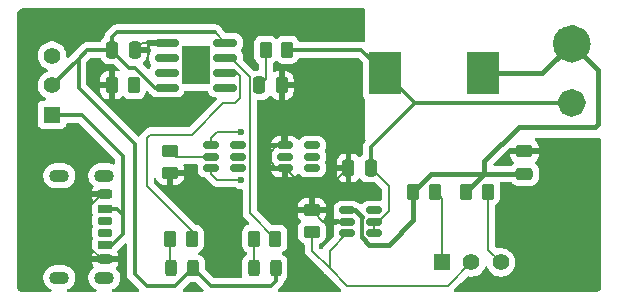
<source format=gbr>
%TF.GenerationSoftware,KiCad,Pcbnew,9.0.1*%
%TF.CreationDate,2025-07-07T08:11:32+05:30*%
%TF.ProjectId,BATTERY_CHARGING,42415454-4552-4595-9f43-48415247494e,rev?*%
%TF.SameCoordinates,Original*%
%TF.FileFunction,Copper,L1,Top*%
%TF.FilePolarity,Positive*%
%FSLAX46Y46*%
G04 Gerber Fmt 4.6, Leading zero omitted, Abs format (unit mm)*
G04 Created by KiCad (PCBNEW 9.0.1) date 2025-07-07 08:11:32*
%MOMM*%
%LPD*%
G01*
G04 APERTURE LIST*
G04 Aperture macros list*
%AMRoundRect*
0 Rectangle with rounded corners*
0 $1 Rounding radius*
0 $2 $3 $4 $5 $6 $7 $8 $9 X,Y pos of 4 corners*
0 Add a 4 corners polygon primitive as box body*
4,1,4,$2,$3,$4,$5,$6,$7,$8,$9,$2,$3,0*
0 Add four circle primitives for the rounded corners*
1,1,$1+$1,$2,$3*
1,1,$1+$1,$4,$5*
1,1,$1+$1,$6,$7*
1,1,$1+$1,$8,$9*
0 Add four rect primitives between the rounded corners*
20,1,$1+$1,$2,$3,$4,$5,0*
20,1,$1+$1,$4,$5,$6,$7,0*
20,1,$1+$1,$6,$7,$8,$9,0*
20,1,$1+$1,$8,$9,$2,$3,0*%
G04 Aperture macros list end*
%TA.AperFunction,Conductor*%
%ADD10C,1.600000*%
%TD*%
%TA.AperFunction,Conductor*%
%ADD11C,1.218034*%
%TD*%
%TA.AperFunction,SMDPad,CuDef*%
%ADD12RoundRect,0.175000X-0.425000X0.175000X-0.425000X-0.175000X0.425000X-0.175000X0.425000X0.175000X0*%
%TD*%
%TA.AperFunction,SMDPad,CuDef*%
%ADD13RoundRect,0.190000X0.410000X-0.190000X0.410000X0.190000X-0.410000X0.190000X-0.410000X-0.190000X0*%
%TD*%
%TA.AperFunction,SMDPad,CuDef*%
%ADD14RoundRect,0.200000X0.400000X-0.200000X0.400000X0.200000X-0.400000X0.200000X-0.400000X-0.200000X0*%
%TD*%
%TA.AperFunction,SMDPad,CuDef*%
%ADD15RoundRect,0.175000X0.425000X-0.175000X0.425000X0.175000X-0.425000X0.175000X-0.425000X-0.175000X0*%
%TD*%
%TA.AperFunction,SMDPad,CuDef*%
%ADD16RoundRect,0.190000X-0.410000X0.190000X-0.410000X-0.190000X0.410000X-0.190000X0.410000X0.190000X0*%
%TD*%
%TA.AperFunction,SMDPad,CuDef*%
%ADD17RoundRect,0.200000X-0.400000X0.200000X-0.400000X-0.200000X0.400000X-0.200000X0.400000X0.200000X0*%
%TD*%
%TA.AperFunction,HeatsinkPad*%
%ADD18O,1.700000X1.100000*%
%TD*%
%TA.AperFunction,ComponentPad*%
%ADD19R,1.408000X1.408000*%
%TD*%
%TA.AperFunction,ComponentPad*%
%ADD20C,1.408000*%
%TD*%
%TA.AperFunction,SMDPad,CuDef*%
%ADD21RoundRect,0.250000X-0.262500X-0.450000X0.262500X-0.450000X0.262500X0.450000X-0.262500X0.450000X0*%
%TD*%
%TA.AperFunction,SMDPad,CuDef*%
%ADD22RoundRect,0.250000X0.475000X-0.250000X0.475000X0.250000X-0.475000X0.250000X-0.475000X-0.250000X0*%
%TD*%
%TA.AperFunction,SMDPad,CuDef*%
%ADD23RoundRect,0.150000X-0.512500X-0.150000X0.512500X-0.150000X0.512500X0.150000X-0.512500X0.150000X0*%
%TD*%
%TA.AperFunction,SMDPad,CuDef*%
%ADD24RoundRect,0.250000X-0.250000X-0.475000X0.250000X-0.475000X0.250000X0.475000X-0.250000X0.475000X0*%
%TD*%
%TA.AperFunction,SMDPad,CuDef*%
%ADD25RoundRect,0.250000X0.250000X0.475000X-0.250000X0.475000X-0.250000X-0.475000X0.250000X-0.475000X0*%
%TD*%
%TA.AperFunction,SMDPad,CuDef*%
%ADD26RoundRect,0.250000X-0.450000X0.262500X-0.450000X-0.262500X0.450000X-0.262500X0.450000X0.262500X0*%
%TD*%
%TA.AperFunction,SMDPad,CuDef*%
%ADD27RoundRect,0.150000X-0.825000X-0.150000X0.825000X-0.150000X0.825000X0.150000X-0.825000X0.150000X0*%
%TD*%
%TA.AperFunction,HeatsinkPad*%
%ADD28C,0.500000*%
%TD*%
%TA.AperFunction,HeatsinkPad*%
%ADD29R,2.410000X3.300000*%
%TD*%
%TA.AperFunction,SMDPad,CuDef*%
%ADD30R,2.700000X3.600000*%
%TD*%
%TA.AperFunction,SMDPad,CuDef*%
%ADD31RoundRect,0.250000X0.450000X-0.262500X0.450000X0.262500X-0.450000X0.262500X-0.450000X-0.262500X0*%
%TD*%
%TA.AperFunction,SMDPad,CuDef*%
%ADD32RoundRect,0.250000X0.262500X0.450000X-0.262500X0.450000X-0.262500X-0.450000X0.262500X-0.450000X0*%
%TD*%
%TA.AperFunction,SMDPad,CuDef*%
%ADD33RoundRect,0.243750X-0.243750X-0.456250X0.243750X-0.456250X0.243750X0.456250X-0.243750X0.456250X0*%
%TD*%
%TA.AperFunction,ViaPad*%
%ADD34C,0.600000*%
%TD*%
%TA.AperFunction,Conductor*%
%ADD35C,0.200000*%
%TD*%
%TA.AperFunction,Conductor*%
%ADD36C,0.320000*%
%TD*%
%TA.AperFunction,Conductor*%
%ADD37C,0.350000*%
%TD*%
%TA.AperFunction,Conductor*%
%ADD38C,0.400000*%
%TD*%
%TA.AperFunction,Conductor*%
%ADD39C,0.300000*%
%TD*%
G04 APERTURE END LIST*
%TO.N,/VOUT*%
D10*
X168800000Y-102000000D02*
G75*
G02*
X167200000Y-102000000I-800000J0D01*
G01*
X167200000Y-102000000D02*
G75*
G02*
X168800000Y-102000000I800000J0D01*
G01*
%TO.N,GND*%
D11*
X168609017Y-115000000D02*
G75*
G02*
X167390983Y-115000000I-609017J0D01*
G01*
X167390983Y-115000000D02*
G75*
G02*
X168609017Y-115000000I609017J0D01*
G01*
%TO.N,/BAT+*%
X168609017Y-107000000D02*
G75*
G02*
X167390983Y-107000000I-609017J0D01*
G01*
X167390983Y-107000000D02*
G75*
G02*
X168609017Y-107000000I609017J0D01*
G01*
%TO.N,GND*%
D10*
X168800000Y-120000000D02*
G75*
G02*
X167200000Y-120000000I-800000J0D01*
G01*
X167200000Y-120000000D02*
G75*
G02*
X168800000Y-120000000I800000J0D01*
G01*
%TD*%
D12*
%TO.P,J1,A5,CC1*%
%TO.N,unconnected-(J1-CC1-PadA5)*%
X128500000Y-116980000D03*
D13*
%TO.P,J1,A9,VBUS*%
%TO.N,Net-(SW3-A)*%
X128500000Y-119000000D03*
D14*
%TO.P,J1,A12,GND*%
%TO.N,GND*%
X128500000Y-120230000D03*
D15*
%TO.P,J1,B5,CC2*%
%TO.N,unconnected-(J1-CC2-PadB5)*%
X128500000Y-117980000D03*
D16*
%TO.P,J1,B9,VBUS*%
%TO.N,Net-(SW3-A)*%
X128500000Y-115960000D03*
D17*
%TO.P,J1,B12,GND*%
%TO.N,GND*%
X128500000Y-114730000D03*
D18*
%TO.P,J1,S1,SHIELD*%
%TO.N,unconnected-(J1-SHIELD-PadS1)_3*%
X128420000Y-113160000D03*
%TO.N,unconnected-(J1-SHIELD-PadS1)_2*%
X124620000Y-113160000D03*
%TO.N,unconnected-(J1-SHIELD-PadS1)_1*%
X128420000Y-121800000D03*
%TO.N,unconnected-(J1-SHIELD-PadS1)*%
X124620000Y-121800000D03*
%TD*%
D19*
%TO.P,SW2,1,A*%
%TO.N,Net-(SW1-A)*%
X157000000Y-120500000D03*
D20*
%TO.P,SW2,2,B*%
%TO.N,Net-(SW1-B)*%
X159500000Y-120500000D03*
%TO.P,SW2,3,C*%
%TO.N,Net-(SW1-C)*%
X162000000Y-120500000D03*
%TD*%
D21*
%TO.P,R7,1*%
%TO.N,/VOUT*%
X159087500Y-114500000D03*
%TO.P,R7,2*%
%TO.N,Net-(SW1-C)*%
X160912500Y-114500000D03*
%TD*%
D22*
%TO.P,C2,1*%
%TO.N,/VOUT*%
X164000000Y-113000000D03*
%TO.P,C2,2*%
%TO.N,GND*%
X164000000Y-111100000D03*
%TD*%
D23*
%TO.P,Q1,1*%
%TO.N,GND*%
X143725000Y-110600000D03*
%TO.P,Q1,2*%
%TO.N,unconnected-(Q1-Pad2)*%
X143725000Y-111550000D03*
%TO.P,Q1,3*%
%TO.N,GND*%
X143725000Y-112500000D03*
%TO.P,Q1,4*%
%TO.N,/OC*%
X146000000Y-112500000D03*
%TO.P,Q1,5*%
%TO.N,unconnected-(Q1-Pad2)_1*%
X146000000Y-111550000D03*
%TO.P,Q1,6*%
%TO.N,/OD*%
X146000000Y-110600000D03*
%TD*%
D21*
%TO.P,R5,1*%
%TO.N,/VOUT*%
X154587500Y-114500000D03*
%TO.P,R5,2*%
%TO.N,Net-(SW1-A)*%
X156412500Y-114500000D03*
%TD*%
D24*
%TO.P,C1,1*%
%TO.N,Net-(D1-A)*%
X129100000Y-102500000D03*
%TO.P,C1,2*%
%TO.N,GND*%
X131000000Y-102500000D03*
%TD*%
D23*
%TO.P,U2,1,OD*%
%TO.N,/OD*%
X137500000Y-110600000D03*
%TO.P,U2,2,CS*%
%TO.N,Net-(U2-CS)*%
X137500000Y-111550000D03*
%TO.P,U2,3,OC*%
%TO.N,/OC*%
X137500000Y-112500000D03*
%TO.P,U2,4,TD*%
%TO.N,unconnected-(U2-TD-Pad4)*%
X139775000Y-112500000D03*
%TO.P,U2,5,VCC*%
%TO.N,Net-(U1-BAT)*%
X139775000Y-111550000D03*
%TO.P,U2,6,GND*%
%TO.N,GND*%
X139775000Y-110600000D03*
%TD*%
D25*
%TO.P,C3,1*%
%TO.N,/BAT+*%
X151000000Y-112500000D03*
%TO.P,C3,2*%
%TO.N,GND*%
X149100000Y-112500000D03*
%TD*%
D23*
%TO.P,U3,1,SW*%
%TO.N,/VOUT*%
X149000000Y-116100000D03*
%TO.P,U3,2,GND*%
%TO.N,GND*%
X149000000Y-117050000D03*
%TO.P,U3,3,FB*%
%TO.N,Net-(SW1-B)*%
X149000000Y-118000000D03*
%TO.P,U3,4,EN*%
%TO.N,/BAT+*%
X151275000Y-118000000D03*
%TO.P,U3,5,IN*%
X151275000Y-117050000D03*
%TO.P,U3,6,NC*%
%TO.N,unconnected-(U3-NC-Pad6)*%
X151275000Y-116100000D03*
%TD*%
D19*
%TO.P,SW1,1,A*%
%TO.N,Net-(SW3-A)*%
X124000000Y-108000000D03*
D20*
%TO.P,SW1,2,B*%
%TO.N,Net-(D1-A)*%
X124000000Y-105500000D03*
%TO.P,SW1,3,C*%
%TO.N,unconnected-(SW3-C-Pad3)*%
X124000000Y-103000000D03*
%TD*%
D21*
%TO.P,R3,1*%
%TO.N,Net-(U1-BAT)*%
X142087500Y-102500000D03*
%TO.P,R3,2*%
%TO.N,/BAT+*%
X143912500Y-102500000D03*
%TD*%
D26*
%TO.P,R1,1*%
%TO.N,Net-(U2-CS)*%
X134000000Y-111087500D03*
%TO.P,R1,2*%
%TO.N,GND*%
X134000000Y-112912500D03*
%TD*%
D27*
%TO.P,U1,1,TEMP*%
%TO.N,GND*%
X133725000Y-101895000D03*
%TO.P,U1,2,PROG*%
%TO.N,Net-(U1-PROG)*%
X133725000Y-103165000D03*
%TO.P,U1,3,GND*%
%TO.N,GND*%
X133725000Y-104435000D03*
%TO.P,U1,4,V_{CC}*%
%TO.N,Net-(D1-A)*%
X133725000Y-105705000D03*
%TO.P,U1,5,BAT*%
%TO.N,Net-(U1-BAT)*%
X138675000Y-105705000D03*
%TO.P,U1,6,~{STDBY}*%
%TO.N,Net-(U1-~{STDBY})*%
X138675000Y-104435000D03*
%TO.P,U1,7,~{CHRG}*%
%TO.N,Net-(U1-~{CHRG})*%
X138675000Y-103165000D03*
%TO.P,U1,8,CE*%
%TO.N,Net-(D1-A)*%
X138675000Y-101895000D03*
D28*
%TO.P,U1,9,EPAD*%
%TO.N,unconnected-(U1-EPAD-Pad9)_4*%
X135500000Y-102600000D03*
X135500000Y-103800000D03*
X135500000Y-105000000D03*
D29*
X136200000Y-103800000D03*
D28*
X136900000Y-102600000D03*
X136900000Y-103800000D03*
X136900000Y-105000000D03*
%TD*%
D30*
%TO.P,L1,1,1*%
%TO.N,/BAT+*%
X152200000Y-104500000D03*
%TO.P,L1,2,2*%
%TO.N,/VOUT*%
X160500000Y-104500000D03*
%TD*%
D31*
%TO.P,R8,1*%
%TO.N,Net-(SW1-B)*%
X146000000Y-117912500D03*
%TO.P,R8,2*%
%TO.N,GND*%
X146000000Y-116087500D03*
%TD*%
D32*
%TO.P,R6,1*%
%TO.N,Net-(U1-~{CHRG})*%
X142912500Y-118500000D03*
%TO.P,R6,2*%
%TO.N,Net-(D1-K)*%
X141087500Y-118500000D03*
%TD*%
D33*
%TO.P,D2,1,K*%
%TO.N,Net-(D1-K)*%
X141062500Y-121000000D03*
%TO.P,D2,2,A*%
%TO.N,Net-(D1-A)*%
X142937500Y-121000000D03*
%TD*%
%TO.P,D1,1,K*%
%TO.N,Net-(D2-K)*%
X134062500Y-121000000D03*
%TO.P,D1,2,A*%
%TO.N,Net-(D1-A)*%
X135937500Y-121000000D03*
%TD*%
D32*
%TO.P,R2,1*%
%TO.N,Net-(U1-PROG)*%
X130912500Y-105500000D03*
%TO.P,R2,2*%
%TO.N,GND*%
X129087500Y-105500000D03*
%TD*%
D24*
%TO.P,C4,1*%
%TO.N,Net-(U1-BAT)*%
X141550000Y-105500000D03*
%TO.P,C4,2*%
%TO.N,GND*%
X143450000Y-105500000D03*
%TD*%
D21*
%TO.P,R4,1*%
%TO.N,Net-(D2-K)*%
X134000000Y-118500000D03*
%TO.P,R4,2*%
%TO.N,Net-(U1-~{STDBY})*%
X135825000Y-118500000D03*
%TD*%
D34*
%TO.N,GND*%
X133725000Y-104435000D03*
X135000000Y-99500000D03*
X149100000Y-112500000D03*
X139775000Y-110600000D03*
X131000000Y-102500000D03*
X136000000Y-113500000D03*
X133725000Y-101895000D03*
X133000000Y-107500000D03*
X168000000Y-120000000D03*
X168000000Y-115000000D03*
X136000000Y-122500000D03*
%TO.N,Net-(U1-BAT)*%
X139775000Y-111550000D03*
X138675000Y-105705000D03*
X141550000Y-105500000D03*
%TO.N,/OC*%
X140000000Y-113500000D03*
X146000000Y-112500000D03*
%TO.N,/OD*%
X146000000Y-110600000D03*
X140000000Y-109500000D03*
%TO.N,Net-(U1-PROG)*%
X130912500Y-105500000D03*
X133725000Y-103165000D03*
%TD*%
D35*
%TO.N,Net-(D1-A)*%
X138675000Y-101895000D02*
X137780000Y-101000000D01*
D36*
X132750001Y-105705000D02*
X133725000Y-105705000D01*
D35*
X133378032Y-105705000D02*
X133725000Y-105705000D01*
D36*
X131000000Y-121500000D02*
X132000000Y-122500000D01*
X134437500Y-122500000D02*
X135937500Y-121000000D01*
X131045001Y-104000000D02*
X132750001Y-105705000D01*
X135937500Y-121000000D02*
X137437500Y-122500000D01*
X132000000Y-122500000D02*
X134437500Y-122500000D01*
X131000000Y-110500000D02*
X131000000Y-121500000D01*
X137780000Y-101000000D02*
X129500000Y-101000000D01*
X129100000Y-102600000D02*
X130500000Y-104000000D01*
X137437500Y-122500000D02*
X142500000Y-122500000D01*
X129500000Y-101000000D02*
X129100000Y-101400000D01*
X127000000Y-102500000D02*
X129100000Y-102500000D01*
X126250000Y-105750000D02*
X131000000Y-110500000D01*
X142937500Y-122062500D02*
X142937500Y-121000000D01*
X126250000Y-103250000D02*
X127000000Y-102500000D01*
X129100000Y-102500000D02*
X129100000Y-102600000D01*
X124000000Y-105500000D02*
X126250000Y-103250000D01*
X126250000Y-103250000D02*
X126250000Y-105750000D01*
X142500000Y-122500000D02*
X142937500Y-122062500D01*
X130500000Y-104000000D02*
X131045001Y-104000000D01*
X129100000Y-101400000D02*
X129100000Y-102500000D01*
D35*
%TO.N,GND*%
X146825000Y-114775000D02*
X146000000Y-114775000D01*
X127250000Y-115750000D02*
X128270000Y-114730000D01*
X142500000Y-111162501D02*
X142500000Y-112000000D01*
X146000000Y-116087500D02*
X146962500Y-117050000D01*
X164000000Y-111100000D02*
X166600000Y-111100000D01*
X146000000Y-114775000D02*
X146000000Y-116087500D01*
X131605000Y-101895000D02*
X133725000Y-101895000D01*
X128270000Y-114730000D02*
X128500000Y-114730000D01*
X143062501Y-110600000D02*
X142500000Y-111162501D01*
X143725000Y-112500000D02*
X146000000Y-114775000D01*
X168000000Y-112500000D02*
X168000000Y-115000000D01*
X149100000Y-112500000D02*
X146825000Y-114775000D01*
X131000000Y-102500000D02*
X131605000Y-101895000D01*
X128500000Y-120230000D02*
X128230000Y-120230000D01*
X127250000Y-119250000D02*
X127250000Y-115750000D01*
X168000000Y-115000000D02*
X168000000Y-120000000D01*
X128230000Y-120230000D02*
X127250000Y-119250000D01*
X143725000Y-110600000D02*
X143062501Y-110600000D01*
X142500000Y-112000000D02*
X143000000Y-112500000D01*
X143450000Y-110325000D02*
X143725000Y-110600000D01*
X146962500Y-117050000D02*
X149000000Y-117050000D01*
X166600000Y-111100000D02*
X168000000Y-112500000D01*
X143450000Y-105500000D02*
X143450000Y-110325000D01*
X143000000Y-112500000D02*
X143725000Y-112500000D01*
%TO.N,Net-(U1-BAT)*%
X142087500Y-102500000D02*
X142087500Y-104962500D01*
X142087500Y-104962500D02*
X141550000Y-105500000D01*
%TO.N,/BAT+*%
X152500000Y-116179468D02*
X152500000Y-114000000D01*
D37*
X151000000Y-112500000D02*
X151000000Y-110700000D01*
X168000000Y-107000000D02*
X154700000Y-107000000D01*
X143912500Y-102500000D02*
X150200000Y-102500000D01*
X151000000Y-110700000D02*
X154700000Y-107000000D01*
D35*
X151629468Y-117050000D02*
X152500000Y-116179468D01*
X151275000Y-118000000D02*
X151275000Y-117050000D01*
D37*
X154700000Y-107000000D02*
X152200000Y-104500000D01*
X150200000Y-102500000D02*
X152200000Y-104500000D01*
D35*
X152500000Y-114000000D02*
X151000000Y-112500000D01*
X151275000Y-117050000D02*
X151629468Y-117050000D01*
D38*
%TO.N,/VOUT*%
X154587500Y-116912500D02*
X154587500Y-114500000D01*
X170249000Y-108751000D02*
X170249000Y-104249000D01*
X149662499Y-116100000D02*
X150211500Y-116649001D01*
X170000000Y-109000000D02*
X170249000Y-108751000D01*
X152500000Y-119000000D02*
X154587500Y-116912500D01*
X170249000Y-104249000D02*
X168000000Y-102000000D01*
X156043750Y-113043750D02*
X154587500Y-114500000D01*
X150211500Y-118382388D02*
X150829112Y-119000000D01*
X160543750Y-113043750D02*
X159087500Y-114500000D01*
X160543750Y-111956250D02*
X163500000Y-109000000D01*
D39*
X150211500Y-116649001D02*
X150211500Y-118382388D01*
D35*
X160587500Y-113000000D02*
X160543750Y-113043750D01*
D38*
X160543750Y-113043750D02*
X156043750Y-113043750D01*
X165500000Y-104500000D02*
X160500000Y-104500000D01*
D35*
X149662499Y-116100000D02*
X149000000Y-116100000D01*
D38*
X160543750Y-113043750D02*
X160543750Y-111956250D01*
X164000000Y-113000000D02*
X160587500Y-113000000D01*
X150829112Y-119000000D02*
X152500000Y-119000000D01*
X163500000Y-109000000D02*
X170000000Y-109000000D01*
X168000000Y-102000000D02*
X165500000Y-104500000D01*
D35*
%TO.N,Net-(D1-K)*%
X141087500Y-118500000D02*
X141087500Y-120975000D01*
X141087500Y-120975000D02*
X141062500Y-121000000D01*
%TO.N,Net-(D2-K)*%
X134000000Y-118500000D02*
X134000000Y-120937500D01*
X134000000Y-120937500D02*
X134062500Y-121000000D01*
%TO.N,/OC*%
X138000000Y-113500000D02*
X140000000Y-113500000D01*
X137500000Y-113000000D02*
X138000000Y-113500000D01*
X137500000Y-112500000D02*
X137500000Y-113000000D01*
%TO.N,/OD*%
X137500000Y-110000000D02*
X138000000Y-109500000D01*
X138000000Y-109500000D02*
X140000000Y-109500000D01*
X137500000Y-110600000D02*
X137500000Y-110000000D01*
%TO.N,Net-(U1-~{CHRG})*%
X138675000Y-103165000D02*
X139124160Y-103165000D01*
X140749000Y-104789840D02*
X140749000Y-116336500D01*
X140749000Y-116336500D02*
X142912500Y-118500000D01*
X139124160Y-103165000D02*
X140749000Y-104789840D01*
%TO.N,Net-(U1-~{STDBY})*%
X139951000Y-106549000D02*
X139951000Y-104736001D01*
X135825000Y-117825000D02*
X132000000Y-114000000D01*
X132000000Y-114000000D02*
X132000000Y-110000000D01*
X139649999Y-104435000D02*
X138675000Y-104435000D01*
X138500000Y-107000000D02*
X139500000Y-107000000D01*
X135825000Y-109675000D02*
X138500000Y-107000000D01*
X139951000Y-104736001D02*
X139649999Y-104435000D01*
X135825000Y-118500000D02*
X135825000Y-117825000D01*
X132325000Y-109675000D02*
X135825000Y-109675000D01*
X132000000Y-110000000D02*
X132325000Y-109675000D01*
X139500000Y-107000000D02*
X139951000Y-106549000D01*
%TO.N,Net-(U2-CS)*%
X134000000Y-111087500D02*
X134462500Y-111550000D01*
X134462500Y-111550000D02*
X137500000Y-111550000D01*
%TO.N,Net-(SW1-B)*%
X147500000Y-121000000D02*
X146000000Y-119500000D01*
X147500000Y-119500000D02*
X147500000Y-121000000D01*
X149000000Y-122500000D02*
X147500000Y-121000000D01*
X157500000Y-122500000D02*
X149000000Y-122500000D01*
X149000000Y-118000000D02*
X147500000Y-119500000D01*
X146000000Y-119500000D02*
X146000000Y-117912500D01*
X159500000Y-120500000D02*
X157500000Y-122500000D01*
%TO.N,Net-(SW1-A)*%
X156412500Y-114500000D02*
X157000000Y-115087500D01*
X157000000Y-115087500D02*
X157000000Y-120500000D01*
%TO.N,Net-(SW1-C)*%
X160912500Y-114500000D02*
X160912500Y-119412500D01*
X160912500Y-119412500D02*
X162000000Y-120500000D01*
D36*
%TO.N,Net-(SW3-A)*%
X128500000Y-119000000D02*
X129100000Y-119000000D01*
X124000000Y-108000000D02*
X126500000Y-108000000D01*
X126500000Y-108000000D02*
X130000000Y-111500000D01*
X130000000Y-118100000D02*
X130000000Y-116500000D01*
X130000000Y-111500000D02*
X130000000Y-116500000D01*
X129100000Y-119000000D02*
X130000000Y-118100000D01*
X129460000Y-115960000D02*
X128500000Y-115960000D01*
X130000000Y-116500000D02*
X129460000Y-115960000D01*
%TD*%
%TA.AperFunction,Conductor*%
%TO.N,GND*%
G36*
X150443039Y-99020185D02*
G01*
X150488794Y-99072989D01*
X150500000Y-99124500D01*
X150500000Y-101719845D01*
X150480315Y-101786884D01*
X150427511Y-101832639D01*
X150358353Y-101842583D01*
X150351809Y-101841462D01*
X150266535Y-101824500D01*
X150266531Y-101824500D01*
X144980449Y-101824500D01*
X144913410Y-101804815D01*
X144867655Y-101752011D01*
X144862744Y-101739507D01*
X144860584Y-101732989D01*
X144859814Y-101730666D01*
X144767712Y-101581344D01*
X144643656Y-101457288D01*
X144494334Y-101365186D01*
X144327797Y-101310001D01*
X144327795Y-101310000D01*
X144225010Y-101299500D01*
X143599998Y-101299500D01*
X143599980Y-101299501D01*
X143497203Y-101310000D01*
X143497200Y-101310001D01*
X143330668Y-101365185D01*
X143330663Y-101365187D01*
X143181342Y-101457289D01*
X143087681Y-101550951D01*
X143026358Y-101584436D01*
X142956666Y-101579452D01*
X142912319Y-101550951D01*
X142818657Y-101457289D01*
X142818656Y-101457288D01*
X142669334Y-101365186D01*
X142502797Y-101310001D01*
X142502795Y-101310000D01*
X142400010Y-101299500D01*
X141774998Y-101299500D01*
X141774980Y-101299501D01*
X141672203Y-101310000D01*
X141672200Y-101310001D01*
X141505668Y-101365185D01*
X141505663Y-101365187D01*
X141356342Y-101457289D01*
X141232289Y-101581342D01*
X141140187Y-101730663D01*
X141140186Y-101730667D01*
X141085001Y-101897203D01*
X141085001Y-101897204D01*
X141085000Y-101897204D01*
X141074500Y-101999983D01*
X141074500Y-103000001D01*
X141074501Y-103000019D01*
X141085000Y-103102796D01*
X141085001Y-103102799D01*
X141140185Y-103269331D01*
X141140187Y-103269336D01*
X141155604Y-103294331D01*
X141232288Y-103418656D01*
X141356344Y-103542712D01*
X141428096Y-103586968D01*
X141474821Y-103638915D01*
X141487000Y-103692507D01*
X141487000Y-104150500D01*
X141485267Y-104156399D01*
X141486424Y-104162440D01*
X141475538Y-104189534D01*
X141467315Y-104217539D01*
X141462669Y-104221564D01*
X141460376Y-104227272D01*
X141436570Y-104244179D01*
X141414511Y-104263294D01*
X141407148Y-104265075D01*
X141403411Y-104267730D01*
X141379894Y-104271669D01*
X141368747Y-104274367D01*
X141365869Y-104274500D01*
X141249992Y-104274501D01*
X141153577Y-104284349D01*
X141150147Y-104284509D01*
X141119411Y-104277012D01*
X141088308Y-104271230D01*
X141084558Y-104268510D01*
X141082267Y-104267952D01*
X141078886Y-104264398D01*
X141056719Y-104248323D01*
X140186819Y-103378423D01*
X140153334Y-103317100D01*
X140150500Y-103290742D01*
X140150500Y-102949313D01*
X140150499Y-102949298D01*
X140147598Y-102912432D01*
X140147597Y-102912426D01*
X140101745Y-102754606D01*
X140101744Y-102754603D01*
X140101744Y-102754602D01*
X140018081Y-102613135D01*
X140018078Y-102613132D01*
X140013298Y-102606969D01*
X140015750Y-102605066D01*
X139989155Y-102556421D01*
X139994104Y-102486726D01*
X140014940Y-102454304D01*
X140013298Y-102453031D01*
X140018075Y-102446870D01*
X140018081Y-102446865D01*
X140101744Y-102305398D01*
X140147598Y-102147569D01*
X140150500Y-102110694D01*
X140150500Y-101679306D01*
X140147598Y-101642431D01*
X140129850Y-101581344D01*
X140101745Y-101484606D01*
X140101744Y-101484603D01*
X140101744Y-101484602D01*
X140018081Y-101343135D01*
X140018079Y-101343133D01*
X140018076Y-101343129D01*
X139901870Y-101226923D01*
X139901862Y-101226917D01*
X139760396Y-101143255D01*
X139760393Y-101143254D01*
X139602573Y-101097402D01*
X139602567Y-101097401D01*
X139565701Y-101094500D01*
X139565694Y-101094500D01*
X138775097Y-101094500D01*
X138708058Y-101074815D01*
X138687416Y-101058181D01*
X138417386Y-100788151D01*
X138390506Y-100747922D01*
X138380401Y-100723526D01*
X138365328Y-100687136D01*
X138293044Y-100578956D01*
X138293041Y-100578952D01*
X138201047Y-100486958D01*
X138201043Y-100486955D01*
X138092866Y-100414673D01*
X138092864Y-100414672D01*
X137972662Y-100364883D01*
X137972654Y-100364881D01*
X137845056Y-100339500D01*
X137845054Y-100339500D01*
X129434946Y-100339500D01*
X129434944Y-100339500D01*
X129307345Y-100364881D01*
X129307337Y-100364883D01*
X129187135Y-100414672D01*
X129187133Y-100414673D01*
X129078956Y-100486955D01*
X129078952Y-100486958D01*
X128777761Y-100788151D01*
X128678956Y-100886956D01*
X128632955Y-100932957D01*
X128586954Y-100978957D01*
X128514673Y-101087132D01*
X128494174Y-101136622D01*
X128494172Y-101136628D01*
X128491427Y-101143256D01*
X128464882Y-101207339D01*
X128444462Y-101310001D01*
X128443488Y-101314893D01*
X128443483Y-101314914D01*
X128439500Y-101334939D01*
X128439075Y-101339260D01*
X128412912Y-101404047D01*
X128386679Y-101427387D01*
X128387011Y-101427807D01*
X128381343Y-101432288D01*
X128257289Y-101556342D01*
X128165187Y-101705663D01*
X128165185Y-101705668D01*
X128149003Y-101754504D01*
X128109230Y-101811949D01*
X128044714Y-101838772D01*
X128031297Y-101839500D01*
X126934941Y-101839500D01*
X126807346Y-101864880D01*
X126807332Y-101864884D01*
X126747236Y-101889776D01*
X126747237Y-101889777D01*
X126687138Y-101914670D01*
X126596393Y-101975305D01*
X126596392Y-101975306D01*
X126578953Y-101986957D01*
X126578952Y-101986958D01*
X125828956Y-102736956D01*
X125416181Y-103149730D01*
X125354858Y-103183215D01*
X125285166Y-103178231D01*
X125229233Y-103136359D01*
X125204816Y-103070895D01*
X125204500Y-103062049D01*
X125204500Y-102905199D01*
X125180648Y-102754603D01*
X125174842Y-102717945D01*
X125116254Y-102537632D01*
X125116252Y-102537629D01*
X125116252Y-102537627D01*
X125052881Y-102413256D01*
X125030181Y-102368704D01*
X124918741Y-102215321D01*
X124784679Y-102081259D01*
X124631296Y-101969819D01*
X124462372Y-101883747D01*
X124359922Y-101850459D01*
X124282055Y-101825158D01*
X124282051Y-101825157D01*
X124282050Y-101825157D01*
X124094800Y-101795500D01*
X124094796Y-101795500D01*
X123905204Y-101795500D01*
X123905200Y-101795500D01*
X123717949Y-101825157D01*
X123717946Y-101825157D01*
X123717945Y-101825158D01*
X123667767Y-101841462D01*
X123537627Y-101883747D01*
X123368703Y-101969819D01*
X123215319Y-102081260D01*
X123081260Y-102215319D01*
X122969819Y-102368703D01*
X122883747Y-102537627D01*
X122825157Y-102717949D01*
X122795500Y-102905199D01*
X122795500Y-103094800D01*
X122825157Y-103282050D01*
X122825158Y-103282055D01*
X122864750Y-103403905D01*
X122883747Y-103462372D01*
X122956319Y-103604801D01*
X122969819Y-103631296D01*
X123081259Y-103784679D01*
X123215321Y-103918741D01*
X123368704Y-104030181D01*
X123436177Y-104064560D01*
X123537627Y-104116252D01*
X123537629Y-104116252D01*
X123537632Y-104116254D01*
X123586306Y-104132069D01*
X123643981Y-104171507D01*
X123671179Y-104235866D01*
X123659264Y-104304712D01*
X123612019Y-104356188D01*
X123586308Y-104367929D01*
X123568983Y-104373559D01*
X123537627Y-104383747D01*
X123368703Y-104469819D01*
X123215319Y-104581260D01*
X123081260Y-104715319D01*
X122969819Y-104868703D01*
X122883747Y-105037627D01*
X122877691Y-105056267D01*
X122830827Y-105200500D01*
X122825157Y-105217949D01*
X122795500Y-105405199D01*
X122795500Y-105594800D01*
X122812980Y-105705166D01*
X122825158Y-105782055D01*
X122851934Y-105864461D01*
X122883747Y-105962372D01*
X122967143Y-106126044D01*
X122969819Y-106131296D01*
X123081259Y-106284679D01*
X123215321Y-106418741D01*
X123267629Y-106456745D01*
X123368705Y-106530182D01*
X123402004Y-106547148D01*
X123429220Y-106561015D01*
X123480016Y-106608988D01*
X123496812Y-106676809D01*
X123474275Y-106742944D01*
X123419561Y-106786396D01*
X123372927Y-106795500D01*
X123248130Y-106795500D01*
X123248123Y-106795501D01*
X123188516Y-106801908D01*
X123053671Y-106852202D01*
X123053664Y-106852206D01*
X122938455Y-106938452D01*
X122938452Y-106938455D01*
X122852206Y-107053664D01*
X122852202Y-107053671D01*
X122801908Y-107188517D01*
X122795501Y-107248116D01*
X122795500Y-107248135D01*
X122795500Y-108751870D01*
X122795501Y-108751876D01*
X122801908Y-108811483D01*
X122852202Y-108946328D01*
X122852206Y-108946335D01*
X122938452Y-109061544D01*
X122938455Y-109061547D01*
X123053664Y-109147793D01*
X123053671Y-109147797D01*
X123188517Y-109198091D01*
X123188516Y-109198091D01*
X123195444Y-109198835D01*
X123248127Y-109204500D01*
X124751872Y-109204499D01*
X124811483Y-109198091D01*
X124946331Y-109147796D01*
X125061546Y-109061546D01*
X125147796Y-108946331D01*
X125198091Y-108811483D01*
X125202417Y-108771242D01*
X125229154Y-108706694D01*
X125286546Y-108666846D01*
X125325706Y-108660500D01*
X126175050Y-108660500D01*
X126242089Y-108680185D01*
X126262731Y-108696819D01*
X129303181Y-111737269D01*
X129336666Y-111798592D01*
X129339500Y-111824950D01*
X129339500Y-112093973D01*
X129319815Y-112161012D01*
X129267011Y-112206767D01*
X129197853Y-112216711D01*
X129168047Y-112208534D01*
X129026420Y-112149870D01*
X129026412Y-112149868D01*
X128823469Y-112109500D01*
X128823465Y-112109500D01*
X128016535Y-112109500D01*
X128016530Y-112109500D01*
X127813587Y-112149868D01*
X127813579Y-112149870D01*
X127622403Y-112229058D01*
X127450342Y-112344024D01*
X127304024Y-112490342D01*
X127189058Y-112662403D01*
X127109870Y-112853579D01*
X127109868Y-112853587D01*
X127069500Y-113056530D01*
X127069500Y-113263469D01*
X127109868Y-113466412D01*
X127109870Y-113466420D01*
X127157472Y-113581342D01*
X127189059Y-113657598D01*
X127239865Y-113733635D01*
X127304022Y-113829654D01*
X127304025Y-113829658D01*
X127450341Y-113975974D01*
X127450345Y-113975977D01*
X127470484Y-113989434D01*
X127515289Y-114043047D01*
X127523996Y-114112372D01*
X127507710Y-114156685D01*
X127456982Y-114240599D01*
X127456980Y-114240603D01*
X127406409Y-114402893D01*
X127400000Y-114473427D01*
X127400000Y-114480000D01*
X128376000Y-114480000D01*
X128443039Y-114499685D01*
X128488794Y-114552489D01*
X128500000Y-114604000D01*
X128500000Y-114856000D01*
X128480315Y-114923039D01*
X128427511Y-114968794D01*
X128376000Y-114980000D01*
X127400001Y-114980000D01*
X127400001Y-114986582D01*
X127406408Y-115057102D01*
X127406409Y-115057107D01*
X127456981Y-115219398D01*
X127456982Y-115219400D01*
X127497703Y-115286761D01*
X127515539Y-115354315D01*
X127497704Y-115415058D01*
X127455710Y-115484525D01*
X127405822Y-115644623D01*
X127399500Y-115714201D01*
X127399500Y-116205808D01*
X127405821Y-116275376D01*
X127405824Y-116275386D01*
X127457837Y-116442303D01*
X127458989Y-116512163D01*
X127456683Y-116518559D01*
X127456719Y-116518570D01*
X127405686Y-116682338D01*
X127405685Y-116682341D01*
X127405685Y-116682343D01*
X127399500Y-116750406D01*
X127399500Y-117209594D01*
X127405423Y-117274767D01*
X127405685Y-117277654D01*
X127405686Y-117277661D01*
X127456719Y-117441430D01*
X127453991Y-117442279D01*
X127461722Y-117498361D01*
X127455866Y-117518304D01*
X127456719Y-117518570D01*
X127405686Y-117682338D01*
X127405685Y-117682341D01*
X127405685Y-117682343D01*
X127399500Y-117750406D01*
X127399500Y-118209594D01*
X127405685Y-118277657D01*
X127405686Y-118277662D01*
X127405687Y-118277664D01*
X127456719Y-118441432D01*
X127454226Y-118442208D01*
X127462091Y-118499125D01*
X127457838Y-118517695D01*
X127424753Y-118623869D01*
X127418588Y-118643657D01*
X127405823Y-118684621D01*
X127399500Y-118754201D01*
X127399500Y-119245808D01*
X127405821Y-119315376D01*
X127405823Y-119315383D01*
X127455708Y-119475470D01*
X127455709Y-119475472D01*
X127497703Y-119544939D01*
X127515539Y-119612494D01*
X127497704Y-119673236D01*
X127456981Y-119740601D01*
X127456980Y-119740603D01*
X127406409Y-119902893D01*
X127400000Y-119973427D01*
X127400000Y-119980000D01*
X129599999Y-119980000D01*
X129599999Y-119973417D01*
X129593591Y-119902897D01*
X129593590Y-119902892D01*
X129543018Y-119740603D01*
X129502295Y-119673238D01*
X129498599Y-119659239D01*
X129490439Y-119647278D01*
X129489858Y-119626132D01*
X129484459Y-119605683D01*
X129488882Y-119590618D01*
X129488520Y-119577434D01*
X129502293Y-119544942D01*
X129514603Y-119524578D01*
X129533032Y-119501054D01*
X129613044Y-119421044D01*
X130127819Y-118906269D01*
X130189142Y-118872784D01*
X130258834Y-118877768D01*
X130314767Y-118919640D01*
X130339184Y-118985104D01*
X130339500Y-118993950D01*
X130339500Y-121565058D01*
X130364880Y-121692654D01*
X130364881Y-121692658D01*
X130364882Y-121692661D01*
X130388483Y-121749637D01*
X130414672Y-121812864D01*
X130472561Y-121899500D01*
X130475329Y-121903643D01*
X130475331Y-121903646D01*
X130486955Y-121921043D01*
X130486960Y-121921049D01*
X131353731Y-122787819D01*
X131387216Y-122849142D01*
X131382232Y-122918833D01*
X131340360Y-122974767D01*
X131274896Y-122999184D01*
X131266050Y-122999500D01*
X129192630Y-122999500D01*
X129125591Y-122979815D01*
X129079836Y-122927011D01*
X129069892Y-122857853D01*
X129098917Y-122794297D01*
X129145177Y-122760939D01*
X129149910Y-122758978D01*
X129217598Y-122730941D01*
X129389655Y-122615977D01*
X129535977Y-122469655D01*
X129650941Y-122297598D01*
X129730130Y-122106420D01*
X129770500Y-121903465D01*
X129770500Y-121696535D01*
X129730130Y-121493580D01*
X129650941Y-121302402D01*
X129535977Y-121130345D01*
X129535975Y-121130342D01*
X129450472Y-121044839D01*
X129416987Y-120983516D01*
X129421971Y-120913824D01*
X129450476Y-120869472D01*
X129455074Y-120864874D01*
X129543019Y-120719395D01*
X129593590Y-120557106D01*
X129600000Y-120486572D01*
X129600000Y-120480000D01*
X127400001Y-120480000D01*
X127400001Y-120486582D01*
X127406408Y-120557102D01*
X127406409Y-120557107D01*
X127456981Y-120719397D01*
X127507710Y-120803313D01*
X127525546Y-120870868D01*
X127504028Y-120937342D01*
X127470487Y-120970563D01*
X127450346Y-120984021D01*
X127450341Y-120984025D01*
X127304024Y-121130342D01*
X127189058Y-121302403D01*
X127109870Y-121493579D01*
X127109868Y-121493587D01*
X127069500Y-121696530D01*
X127069500Y-121903469D01*
X127109868Y-122106412D01*
X127109870Y-122106420D01*
X127189058Y-122297596D01*
X127304024Y-122469657D01*
X127450342Y-122615975D01*
X127450345Y-122615977D01*
X127622402Y-122730941D01*
X127685937Y-122757258D01*
X127694823Y-122760939D01*
X127749226Y-122804780D01*
X127771291Y-122871074D01*
X127754012Y-122938774D01*
X127702874Y-122986384D01*
X127647370Y-122999500D01*
X125392630Y-122999500D01*
X125325591Y-122979815D01*
X125279836Y-122927011D01*
X125269892Y-122857853D01*
X125298917Y-122794297D01*
X125345177Y-122760939D01*
X125349910Y-122758978D01*
X125417598Y-122730941D01*
X125589655Y-122615977D01*
X125735977Y-122469655D01*
X125850941Y-122297598D01*
X125930130Y-122106420D01*
X125970500Y-121903465D01*
X125970500Y-121696535D01*
X125930130Y-121493580D01*
X125850941Y-121302402D01*
X125735977Y-121130345D01*
X125735975Y-121130342D01*
X125589657Y-120984024D01*
X125418216Y-120869472D01*
X125417598Y-120869059D01*
X125386114Y-120856018D01*
X125226420Y-120789870D01*
X125226412Y-120789868D01*
X125023469Y-120749500D01*
X125023465Y-120749500D01*
X124216535Y-120749500D01*
X124216530Y-120749500D01*
X124013587Y-120789868D01*
X124013579Y-120789870D01*
X123822403Y-120869058D01*
X123650342Y-120984024D01*
X123504024Y-121130342D01*
X123389058Y-121302403D01*
X123309870Y-121493579D01*
X123309868Y-121493587D01*
X123269500Y-121696530D01*
X123269500Y-121903469D01*
X123309868Y-122106412D01*
X123309870Y-122106420D01*
X123389058Y-122297596D01*
X123504024Y-122469657D01*
X123650342Y-122615975D01*
X123650345Y-122615977D01*
X123822402Y-122730941D01*
X123885937Y-122757258D01*
X123894823Y-122760939D01*
X123949226Y-122804780D01*
X123971291Y-122871074D01*
X123954012Y-122938774D01*
X123902874Y-122986384D01*
X123847370Y-122999500D01*
X121506962Y-122999500D01*
X121493078Y-122998720D01*
X121480553Y-122997308D01*
X121402735Y-122988540D01*
X121375666Y-122982362D01*
X121296462Y-122954648D01*
X121271444Y-122942600D01*
X121200395Y-122897957D01*
X121178686Y-122880644D01*
X121119355Y-122821313D01*
X121102042Y-122799604D01*
X121098707Y-122794297D01*
X121057398Y-122728553D01*
X121045351Y-122703537D01*
X121017637Y-122624333D01*
X121011459Y-122597263D01*
X121001280Y-122506922D01*
X121000500Y-122493038D01*
X121000500Y-113056530D01*
X123269500Y-113056530D01*
X123269500Y-113263469D01*
X123309868Y-113466412D01*
X123309870Y-113466420D01*
X123357472Y-113581342D01*
X123389059Y-113657598D01*
X123439865Y-113733635D01*
X123504022Y-113829654D01*
X123504025Y-113829658D01*
X123650342Y-113975975D01*
X123650345Y-113975977D01*
X123822402Y-114090941D01*
X124013580Y-114170130D01*
X124210955Y-114209390D01*
X124216530Y-114210499D01*
X124216534Y-114210500D01*
X124216535Y-114210500D01*
X125023466Y-114210500D01*
X125023467Y-114210499D01*
X125226420Y-114170130D01*
X125417598Y-114090941D01*
X125589655Y-113975977D01*
X125735977Y-113829655D01*
X125850941Y-113657598D01*
X125930130Y-113466420D01*
X125970500Y-113263465D01*
X125970500Y-113056535D01*
X125930130Y-112853580D01*
X125850941Y-112662402D01*
X125735977Y-112490345D01*
X125735975Y-112490342D01*
X125589657Y-112344024D01*
X125460651Y-112257826D01*
X125417598Y-112229059D01*
X125387787Y-112216711D01*
X125226420Y-112149870D01*
X125226412Y-112149868D01*
X125023469Y-112109500D01*
X125023465Y-112109500D01*
X124216535Y-112109500D01*
X124216530Y-112109500D01*
X124013587Y-112149868D01*
X124013579Y-112149870D01*
X123822403Y-112229058D01*
X123650342Y-112344024D01*
X123504024Y-112490342D01*
X123389058Y-112662403D01*
X123309870Y-112853579D01*
X123309868Y-112853587D01*
X123269500Y-113056530D01*
X121000500Y-113056530D01*
X121000500Y-99506961D01*
X121001280Y-99493077D01*
X121011459Y-99402731D01*
X121017635Y-99375670D01*
X121045353Y-99296456D01*
X121057396Y-99271450D01*
X121102046Y-99200389D01*
X121119351Y-99178690D01*
X121178690Y-99119351D01*
X121200389Y-99102046D01*
X121271450Y-99057396D01*
X121296456Y-99045353D01*
X121375670Y-99017635D01*
X121402733Y-99011459D01*
X121465419Y-99004396D01*
X121493079Y-99001280D01*
X121506962Y-99000500D01*
X121565892Y-99000500D01*
X150376000Y-99000500D01*
X150443039Y-99020185D01*
G37*
%TD.AperFunction*%
%TA.AperFunction,Conductor*%
G36*
X136219589Y-122220185D02*
G01*
X136240231Y-122236819D01*
X136791231Y-122787819D01*
X136824716Y-122849142D01*
X136819732Y-122918834D01*
X136777860Y-122974767D01*
X136712396Y-122999184D01*
X136703550Y-122999500D01*
X135171450Y-122999500D01*
X135104411Y-122979815D01*
X135058656Y-122927011D01*
X135048712Y-122857853D01*
X135077737Y-122794297D01*
X135083769Y-122787819D01*
X135634769Y-122236819D01*
X135696092Y-122203334D01*
X135722450Y-122200500D01*
X136152550Y-122200500D01*
X136219589Y-122220185D01*
G37*
%TD.AperFunction*%
%TA.AperFunction,Conductor*%
G36*
X149935876Y-103195185D02*
G01*
X149956518Y-103211819D01*
X150313181Y-103568482D01*
X150346666Y-103629805D01*
X150349500Y-103656163D01*
X150349500Y-106347870D01*
X150349501Y-106347876D01*
X150355908Y-106407483D01*
X150406202Y-106542328D01*
X150406204Y-106542331D01*
X150475266Y-106634586D01*
X150499684Y-106700050D01*
X150500000Y-106708897D01*
X150500000Y-110000000D01*
X150534668Y-110034668D01*
X150568153Y-110095991D01*
X150563169Y-110165683D01*
X150534668Y-110210030D01*
X150475307Y-110269390D01*
X150475304Y-110269394D01*
X150401383Y-110380024D01*
X150401378Y-110380034D01*
X150350460Y-110502961D01*
X150350457Y-110502971D01*
X150338108Y-110565055D01*
X150338108Y-110565056D01*
X150324500Y-110633466D01*
X150324500Y-111338132D01*
X150316162Y-111366526D01*
X150310403Y-111395554D01*
X150306120Y-111400726D01*
X150304815Y-111405171D01*
X150289774Y-111424191D01*
X150282884Y-111431337D01*
X150281344Y-111432288D01*
X150157288Y-111556344D01*
X150148241Y-111571010D01*
X150138980Y-111580618D01*
X150119748Y-111591581D01*
X150103291Y-111606383D01*
X150089989Y-111608546D01*
X150078281Y-111615222D01*
X150056175Y-111614047D01*
X150034328Y-111617602D01*
X150021967Y-111612230D01*
X150008510Y-111611516D01*
X149990548Y-111598577D01*
X149970247Y-111589755D01*
X149956870Y-111574316D01*
X149951818Y-111570677D01*
X149950234Y-111566657D01*
X149944168Y-111559656D01*
X149942319Y-111556659D01*
X149942316Y-111556655D01*
X149818345Y-111432684D01*
X149669124Y-111340643D01*
X149669119Y-111340641D01*
X149502697Y-111285494D01*
X149502690Y-111285493D01*
X149399986Y-111275000D01*
X149350000Y-111275000D01*
X149350000Y-113724999D01*
X149399972Y-113724999D01*
X149399986Y-113724998D01*
X149502697Y-113714505D01*
X149669119Y-113659358D01*
X149669124Y-113659356D01*
X149818345Y-113567315D01*
X149942318Y-113443342D01*
X149944165Y-113440348D01*
X149945969Y-113438724D01*
X149946798Y-113437677D01*
X149946976Y-113437818D01*
X149996110Y-113393621D01*
X150065073Y-113382396D01*
X150129156Y-113410236D01*
X150155243Y-113440341D01*
X150157288Y-113443656D01*
X150281344Y-113567712D01*
X150430666Y-113659814D01*
X150597203Y-113714999D01*
X150699991Y-113725500D01*
X151300008Y-113725499D01*
X151310576Y-113724419D01*
X151379268Y-113737187D01*
X151410861Y-113760096D01*
X151863181Y-114212416D01*
X151896666Y-114273739D01*
X151899500Y-114300097D01*
X151899500Y-115175500D01*
X151879815Y-115242539D01*
X151827011Y-115288294D01*
X151775500Y-115299500D01*
X150696798Y-115299500D01*
X150659932Y-115302401D01*
X150659926Y-115302402D01*
X150502106Y-115348254D01*
X150502103Y-115348255D01*
X150360637Y-115431917D01*
X150360633Y-115431920D01*
X150257505Y-115535048D01*
X150232242Y-115548842D01*
X150208539Y-115565167D01*
X150201959Y-115565377D01*
X150196182Y-115568532D01*
X150167473Y-115566478D01*
X150138705Y-115567398D01*
X150130803Y-115563856D01*
X150126490Y-115563548D01*
X150106149Y-115553768D01*
X150103496Y-115552180D01*
X149994310Y-115479225D01*
X149952974Y-115462103D01*
X149945156Y-115457424D01*
X149938682Y-115450418D01*
X149921150Y-115438703D01*
X149914370Y-115431923D01*
X149914362Y-115431917D01*
X149772896Y-115348255D01*
X149772893Y-115348254D01*
X149615073Y-115302402D01*
X149615067Y-115302401D01*
X149578201Y-115299500D01*
X149578194Y-115299500D01*
X148421806Y-115299500D01*
X148421798Y-115299500D01*
X148384932Y-115302401D01*
X148384926Y-115302402D01*
X148227106Y-115348254D01*
X148227103Y-115348255D01*
X148085637Y-115431917D01*
X148085629Y-115431923D01*
X147969423Y-115548129D01*
X147969417Y-115548137D01*
X147885755Y-115689603D01*
X147885754Y-115689606D01*
X147839902Y-115847426D01*
X147839901Y-115847432D01*
X147837000Y-115884298D01*
X147837000Y-116315701D01*
X147839901Y-116352567D01*
X147839902Y-116352573D01*
X147885754Y-116510393D01*
X147885756Y-116510399D01*
X147886926Y-116512377D01*
X147887369Y-116514126D01*
X147888853Y-116517554D01*
X147888299Y-116517793D01*
X147904103Y-116580102D01*
X147888749Y-116632395D01*
X147889317Y-116632641D01*
X147887327Y-116637239D01*
X147886928Y-116638599D01*
X147886222Y-116639791D01*
X147886216Y-116639806D01*
X147840400Y-116797505D01*
X147840399Y-116797511D01*
X147840204Y-116799998D01*
X147840205Y-116800000D01*
X148105685Y-116800000D01*
X148168806Y-116817268D01*
X148227102Y-116851744D01*
X148268724Y-116863836D01*
X148384926Y-116897597D01*
X148384929Y-116897597D01*
X148384931Y-116897598D01*
X148421806Y-116900500D01*
X148876000Y-116900500D01*
X148884685Y-116903050D01*
X148893647Y-116901762D01*
X148917687Y-116912740D01*
X148943039Y-116920185D01*
X148948966Y-116927025D01*
X148957203Y-116930787D01*
X148971492Y-116953021D01*
X148988794Y-116972989D01*
X148991081Y-116983503D01*
X148994977Y-116989565D01*
X149000000Y-117024500D01*
X149000000Y-117075500D01*
X148980315Y-117142539D01*
X148927511Y-117188294D01*
X148876000Y-117199500D01*
X148421798Y-117199500D01*
X148384932Y-117202401D01*
X148384926Y-117202402D01*
X148227106Y-117248254D01*
X148227103Y-117248255D01*
X148168806Y-117282732D01*
X148105685Y-117300000D01*
X147840205Y-117300000D01*
X147840204Y-117300001D01*
X147840399Y-117302488D01*
X147840400Y-117302494D01*
X147886216Y-117460193D01*
X147886220Y-117460203D01*
X147886927Y-117461398D01*
X147887195Y-117462454D01*
X147889316Y-117467356D01*
X147888524Y-117467698D01*
X147904103Y-117529123D01*
X147888493Y-117582284D01*
X147888855Y-117582441D01*
X147887587Y-117585369D01*
X147886927Y-117587620D01*
X147885759Y-117589594D01*
X147885754Y-117589607D01*
X147839902Y-117747426D01*
X147839901Y-117747432D01*
X147837000Y-117784298D01*
X147837000Y-118215709D01*
X147839669Y-118249625D01*
X147825303Y-118318002D01*
X147803732Y-118347031D01*
X147131286Y-119019478D01*
X147019481Y-119131282D01*
X147019479Y-119131285D01*
X146973160Y-119211513D01*
X146969360Y-119218095D01*
X146940423Y-119268215D01*
X146925519Y-119323834D01*
X146922139Y-119331805D01*
X146905251Y-119352402D01*
X146891391Y-119375141D01*
X146883443Y-119379001D01*
X146877840Y-119385836D01*
X146852496Y-119394033D01*
X146828544Y-119405669D01*
X146819770Y-119404619D01*
X146811362Y-119407340D01*
X146785611Y-119400535D01*
X146759168Y-119397373D01*
X146749895Y-119391096D01*
X146743811Y-119389489D01*
X146737770Y-119382890D01*
X146720302Y-119371067D01*
X146636819Y-119287584D01*
X146603334Y-119226261D01*
X146600500Y-119199903D01*
X146600500Y-119005300D01*
X146620185Y-118938261D01*
X146672989Y-118892506D01*
X146685482Y-118887599D01*
X146769334Y-118859814D01*
X146918656Y-118767712D01*
X147042712Y-118643656D01*
X147134814Y-118494334D01*
X147189999Y-118327797D01*
X147200500Y-118225009D01*
X147200499Y-117599992D01*
X147198706Y-117582443D01*
X147189999Y-117497203D01*
X147189998Y-117497200D01*
X147171799Y-117442279D01*
X147134814Y-117330666D01*
X147042712Y-117181344D01*
X146948695Y-117087327D01*
X146915210Y-117026004D01*
X146920194Y-116956312D01*
X146948695Y-116911964D01*
X147042317Y-116818342D01*
X147134356Y-116669124D01*
X147134358Y-116669119D01*
X147189505Y-116502697D01*
X147189506Y-116502690D01*
X147199999Y-116399986D01*
X147200000Y-116399973D01*
X147200000Y-116337500D01*
X144800001Y-116337500D01*
X144800001Y-116399986D01*
X144810494Y-116502697D01*
X144865641Y-116669119D01*
X144865643Y-116669124D01*
X144957684Y-116818345D01*
X145051304Y-116911965D01*
X145084789Y-116973288D01*
X145079805Y-117042980D01*
X145051305Y-117087327D01*
X144957287Y-117181345D01*
X144865187Y-117330663D01*
X144865185Y-117330668D01*
X144853747Y-117365186D01*
X144810001Y-117497203D01*
X144810001Y-117497204D01*
X144810000Y-117497204D01*
X144799500Y-117599983D01*
X144799500Y-118225001D01*
X144799501Y-118225019D01*
X144810000Y-118327796D01*
X144810001Y-118327799D01*
X144847656Y-118441432D01*
X144865186Y-118494334D01*
X144957288Y-118643656D01*
X145081344Y-118767712D01*
X145230666Y-118859814D01*
X145314505Y-118887595D01*
X145371948Y-118927366D01*
X145398772Y-118991882D01*
X145399500Y-119005300D01*
X145399500Y-119413330D01*
X145399499Y-119413348D01*
X145399499Y-119579054D01*
X145399498Y-119579054D01*
X145408146Y-119611328D01*
X145440423Y-119731785D01*
X145468962Y-119781216D01*
X145519477Y-119868712D01*
X145519481Y-119868717D01*
X145638349Y-119987585D01*
X145638355Y-119987590D01*
X147019478Y-121368713D01*
X147019480Y-121368716D01*
X147131284Y-121480520D01*
X147131286Y-121480521D01*
X148438584Y-122787819D01*
X148472069Y-122849142D01*
X148467085Y-122918834D01*
X148425213Y-122974767D01*
X148359749Y-122999184D01*
X148350903Y-122999500D01*
X143233950Y-122999500D01*
X143166911Y-122979815D01*
X143121156Y-122927011D01*
X143111212Y-122857853D01*
X143140237Y-122794297D01*
X143146269Y-122787819D01*
X143450542Y-122483546D01*
X143450544Y-122483544D01*
X143483576Y-122434108D01*
X143522828Y-122375364D01*
X143572617Y-122255161D01*
X143598000Y-122127554D01*
X143599189Y-122121579D01*
X143601176Y-122121974D01*
X143623854Y-122065792D01*
X143644199Y-122045452D01*
X143645996Y-122044030D01*
X143646003Y-122044026D01*
X143769026Y-121921003D01*
X143860362Y-121772925D01*
X143915087Y-121607775D01*
X143925500Y-121505848D01*
X143925500Y-120494152D01*
X143915087Y-120392225D01*
X143860362Y-120227075D01*
X143860358Y-120227069D01*
X143860357Y-120227066D01*
X143769028Y-120079000D01*
X143769025Y-120078996D01*
X143646003Y-119955974D01*
X143645999Y-119955971D01*
X143497933Y-119864642D01*
X143497926Y-119864639D01*
X143497925Y-119864638D01*
X143497922Y-119864637D01*
X143491382Y-119861588D01*
X143492676Y-119858812D01*
X143446554Y-119826888D01*
X143419723Y-119762375D01*
X143432029Y-119693598D01*
X143479565Y-119642392D01*
X143490595Y-119636557D01*
X143494327Y-119634816D01*
X143494334Y-119634814D01*
X143643656Y-119542712D01*
X143767712Y-119418656D01*
X143859814Y-119269334D01*
X143914999Y-119102797D01*
X143925500Y-119000009D01*
X143925499Y-117999992D01*
X143914999Y-117897203D01*
X143859814Y-117730666D01*
X143767712Y-117581344D01*
X143643656Y-117457288D01*
X143494334Y-117365186D01*
X143327797Y-117310001D01*
X143327795Y-117310000D01*
X143225016Y-117299500D01*
X142612597Y-117299500D01*
X142545558Y-117279815D01*
X142524916Y-117263181D01*
X141385819Y-116124084D01*
X141352334Y-116062761D01*
X141349500Y-116036403D01*
X141349500Y-115775013D01*
X144800000Y-115775013D01*
X144800000Y-115837500D01*
X145750000Y-115837500D01*
X146250000Y-115837500D01*
X147199999Y-115837500D01*
X147199999Y-115775028D01*
X147199998Y-115775013D01*
X147189505Y-115672302D01*
X147134358Y-115505880D01*
X147134356Y-115505875D01*
X147042315Y-115356654D01*
X146918345Y-115232684D01*
X146769124Y-115140643D01*
X146769119Y-115140641D01*
X146602697Y-115085494D01*
X146602690Y-115085493D01*
X146499986Y-115075000D01*
X146250000Y-115075000D01*
X146250000Y-115837500D01*
X145750000Y-115837500D01*
X145750000Y-115075000D01*
X145500029Y-115075000D01*
X145500012Y-115075001D01*
X145397302Y-115085494D01*
X145230880Y-115140641D01*
X145230875Y-115140643D01*
X145081654Y-115232684D01*
X144957684Y-115356654D01*
X144865643Y-115505875D01*
X144865641Y-115505880D01*
X144810494Y-115672302D01*
X144810493Y-115672309D01*
X144800000Y-115775013D01*
X141349500Y-115775013D01*
X141349500Y-112750001D01*
X142565204Y-112750001D01*
X142565399Y-112752486D01*
X142611218Y-112910198D01*
X142694814Y-113051552D01*
X142694821Y-113051561D01*
X142810938Y-113167678D01*
X142810947Y-113167685D01*
X142952303Y-113251282D01*
X142952306Y-113251283D01*
X143110004Y-113297099D01*
X143110010Y-113297100D01*
X143146850Y-113299999D01*
X143146866Y-113300000D01*
X143475000Y-113300000D01*
X143475000Y-112750000D01*
X142565205Y-112750000D01*
X142565204Y-112750001D01*
X141349500Y-112750001D01*
X141349500Y-111334298D01*
X142562000Y-111334298D01*
X142562000Y-111765701D01*
X142564901Y-111802567D01*
X142564902Y-111802573D01*
X142610754Y-111960393D01*
X142610756Y-111960399D01*
X142611926Y-111962377D01*
X142612369Y-111964126D01*
X142613853Y-111967554D01*
X142613299Y-111967793D01*
X142629103Y-112030102D01*
X142613749Y-112082395D01*
X142614317Y-112082641D01*
X142612327Y-112087239D01*
X142611928Y-112088599D01*
X142611222Y-112089791D01*
X142611216Y-112089806D01*
X142565400Y-112247505D01*
X142565399Y-112247511D01*
X142565204Y-112249998D01*
X142565205Y-112250000D01*
X142830685Y-112250000D01*
X142893806Y-112267268D01*
X142952102Y-112301744D01*
X142993724Y-112313836D01*
X143109926Y-112347597D01*
X143109929Y-112347597D01*
X143109931Y-112347598D01*
X143146806Y-112350500D01*
X143146814Y-112350500D01*
X143601000Y-112350500D01*
X143668039Y-112370185D01*
X143713794Y-112422989D01*
X143725000Y-112474500D01*
X143725000Y-112500000D01*
X143851000Y-112500000D01*
X143918039Y-112519685D01*
X143963794Y-112572489D01*
X143975000Y-112624000D01*
X143975000Y-113300000D01*
X144303134Y-113300000D01*
X144303149Y-113299999D01*
X144339989Y-113297100D01*
X144339995Y-113297099D01*
X144497693Y-113251283D01*
X144497696Y-113251282D01*
X144639052Y-113167685D01*
X144639061Y-113167678D01*
X144755178Y-113051561D01*
X144755180Y-113051558D01*
X144755472Y-113051066D01*
X144755801Y-113050758D01*
X144759963Y-113045393D01*
X144760828Y-113046064D01*
X144806538Y-113003379D01*
X144875278Y-112990870D01*
X144939870Y-113017510D01*
X144964436Y-113045858D01*
X144964639Y-113045702D01*
X144967522Y-113049420D01*
X144968938Y-113051053D01*
X144969414Y-113051859D01*
X144969423Y-113051870D01*
X145085629Y-113168076D01*
X145085633Y-113168079D01*
X145085635Y-113168081D01*
X145227102Y-113251744D01*
X145266468Y-113263181D01*
X145384926Y-113297597D01*
X145384929Y-113297597D01*
X145384931Y-113297598D01*
X145421806Y-113300500D01*
X145421814Y-113300500D01*
X146578186Y-113300500D01*
X146578194Y-113300500D01*
X146615069Y-113297598D01*
X146615071Y-113297597D01*
X146615073Y-113297597D01*
X146656691Y-113285505D01*
X146772898Y-113251744D01*
X146914365Y-113168081D01*
X147030581Y-113051865D01*
X147046477Y-113024986D01*
X148100001Y-113024986D01*
X148110494Y-113127697D01*
X148165641Y-113294119D01*
X148165643Y-113294124D01*
X148257684Y-113443345D01*
X148381654Y-113567315D01*
X148530875Y-113659356D01*
X148530880Y-113659358D01*
X148697302Y-113714505D01*
X148697309Y-113714506D01*
X148800019Y-113724999D01*
X148849999Y-113724998D01*
X148850000Y-113724998D01*
X148850000Y-112750000D01*
X148100001Y-112750000D01*
X148100001Y-113024986D01*
X147046477Y-113024986D01*
X147114244Y-112910398D01*
X147160098Y-112752569D01*
X147163000Y-112715694D01*
X147163000Y-112284306D01*
X147160098Y-112247431D01*
X147159800Y-112246407D01*
X147114245Y-112089606D01*
X147114244Y-112089602D01*
X147113371Y-112088126D01*
X147113038Y-112086816D01*
X147111146Y-112082443D01*
X147111851Y-112082137D01*
X147096185Y-112020403D01*
X147104005Y-111981434D01*
X147106414Y-111975013D01*
X148100000Y-111975013D01*
X148100000Y-112250000D01*
X148850000Y-112250000D01*
X148850000Y-111275000D01*
X148849999Y-111274999D01*
X148800029Y-111275000D01*
X148800011Y-111275001D01*
X148697302Y-111285494D01*
X148530880Y-111340641D01*
X148530875Y-111340643D01*
X148381654Y-111432684D01*
X148257684Y-111556654D01*
X148165643Y-111705875D01*
X148165641Y-111705880D01*
X148110494Y-111872302D01*
X148110493Y-111872309D01*
X148100000Y-111975013D01*
X147106414Y-111975013D01*
X147107827Y-111971248D01*
X147114244Y-111960398D01*
X147160098Y-111802569D01*
X147163000Y-111765694D01*
X147163000Y-111334306D01*
X147160098Y-111297431D01*
X147153581Y-111275001D01*
X147114245Y-111139606D01*
X147114244Y-111139602D01*
X147113371Y-111138126D01*
X147113038Y-111136816D01*
X147111146Y-111132443D01*
X147111851Y-111132137D01*
X147096185Y-111070403D01*
X147111639Y-111017770D01*
X147111146Y-111017557D01*
X147112876Y-111013558D01*
X147113371Y-111011874D01*
X147114244Y-111010398D01*
X147160098Y-110852569D01*
X147163000Y-110815694D01*
X147163000Y-110384306D01*
X147160098Y-110347431D01*
X147133028Y-110254258D01*
X147118903Y-110205639D01*
X147114244Y-110189602D01*
X147030581Y-110048135D01*
X147030579Y-110048133D01*
X147030576Y-110048129D01*
X146914370Y-109931923D01*
X146914362Y-109931917D01*
X146836181Y-109885681D01*
X146772898Y-109848256D01*
X146772897Y-109848255D01*
X146772896Y-109848255D01*
X146772893Y-109848254D01*
X146615073Y-109802402D01*
X146615067Y-109802401D01*
X146578201Y-109799500D01*
X146578194Y-109799500D01*
X145421806Y-109799500D01*
X145421798Y-109799500D01*
X145384932Y-109802401D01*
X145384926Y-109802402D01*
X145227106Y-109848254D01*
X145227103Y-109848255D01*
X145085637Y-109931917D01*
X145085629Y-109931923D01*
X144969423Y-110048129D01*
X144969413Y-110048142D01*
X144968934Y-110048953D01*
X144968393Y-110049457D01*
X144964639Y-110054298D01*
X144963857Y-110053691D01*
X144917860Y-110096631D01*
X144849117Y-110109127D01*
X144784530Y-110082474D01*
X144760216Y-110054410D01*
X144759963Y-110054607D01*
X144756341Y-110049937D01*
X144755476Y-110048939D01*
X144755185Y-110048447D01*
X144755178Y-110048438D01*
X144639061Y-109932321D01*
X144639052Y-109932314D01*
X144497696Y-109848717D01*
X144497693Y-109848716D01*
X144339995Y-109802900D01*
X144339989Y-109802899D01*
X144303149Y-109800000D01*
X143975000Y-109800000D01*
X143975000Y-110476000D01*
X143955315Y-110543039D01*
X143902511Y-110588794D01*
X143851000Y-110600000D01*
X143725000Y-110600000D01*
X143725000Y-110625500D01*
X143705315Y-110692539D01*
X143652511Y-110738294D01*
X143601000Y-110749500D01*
X143146798Y-110749500D01*
X143109932Y-110752401D01*
X143109926Y-110752402D01*
X142952106Y-110798254D01*
X142952103Y-110798255D01*
X142893806Y-110832732D01*
X142830685Y-110850000D01*
X142565205Y-110850000D01*
X142565204Y-110850001D01*
X142565399Y-110852488D01*
X142565400Y-110852494D01*
X142611216Y-111010193D01*
X142611220Y-111010203D01*
X142611927Y-111011398D01*
X142612195Y-111012454D01*
X142614316Y-111017356D01*
X142613524Y-111017698D01*
X142629103Y-111079123D01*
X142613493Y-111132284D01*
X142613855Y-111132441D01*
X142612587Y-111135369D01*
X142611927Y-111137620D01*
X142610759Y-111139594D01*
X142610754Y-111139607D01*
X142564902Y-111297426D01*
X142564901Y-111297432D01*
X142562000Y-111334298D01*
X141349500Y-111334298D01*
X141349500Y-110349998D01*
X142565204Y-110349998D01*
X142565205Y-110350000D01*
X143475000Y-110350000D01*
X143475000Y-109800000D01*
X143146850Y-109800000D01*
X143110010Y-109802899D01*
X143110004Y-109802900D01*
X142952306Y-109848716D01*
X142952303Y-109848717D01*
X142810947Y-109932314D01*
X142810938Y-109932321D01*
X142694821Y-110048438D01*
X142694814Y-110048447D01*
X142611218Y-110189801D01*
X142565399Y-110347513D01*
X142565204Y-110349998D01*
X141349500Y-110349998D01*
X141349500Y-106849499D01*
X141369185Y-106782460D01*
X141421989Y-106736705D01*
X141473500Y-106725499D01*
X141850002Y-106725499D01*
X141850008Y-106725499D01*
X141952797Y-106714999D01*
X142119334Y-106659814D01*
X142268656Y-106567712D01*
X142392712Y-106443656D01*
X142394752Y-106440347D01*
X142396745Y-106438555D01*
X142397193Y-106437989D01*
X142397289Y-106438065D01*
X142446694Y-106393623D01*
X142515656Y-106382395D01*
X142579740Y-106410234D01*
X142605829Y-106440339D01*
X142607681Y-106443341D01*
X142607683Y-106443344D01*
X142731654Y-106567315D01*
X142880875Y-106659356D01*
X142880880Y-106659358D01*
X143047302Y-106714505D01*
X143047309Y-106714506D01*
X143150019Y-106724999D01*
X143700000Y-106724999D01*
X143749972Y-106724999D01*
X143749986Y-106724998D01*
X143852697Y-106714505D01*
X144019119Y-106659358D01*
X144019124Y-106659356D01*
X144168345Y-106567315D01*
X144292315Y-106443345D01*
X144384356Y-106294124D01*
X144384358Y-106294119D01*
X144439505Y-106127697D01*
X144439506Y-106127690D01*
X144449999Y-106024986D01*
X144450000Y-106024973D01*
X144450000Y-105750000D01*
X143700000Y-105750000D01*
X143700000Y-106724999D01*
X143150019Y-106724999D01*
X143199999Y-106724998D01*
X143200000Y-106724998D01*
X143200000Y-105250000D01*
X143700000Y-105250000D01*
X144449999Y-105250000D01*
X144449999Y-104975028D01*
X144449998Y-104975013D01*
X144439505Y-104872302D01*
X144384358Y-104705880D01*
X144384356Y-104705875D01*
X144292315Y-104556654D01*
X144168345Y-104432684D01*
X144019124Y-104340643D01*
X144019119Y-104340641D01*
X143852697Y-104285494D01*
X143852690Y-104285493D01*
X143749986Y-104275000D01*
X143700000Y-104275000D01*
X143700000Y-105250000D01*
X143200000Y-105250000D01*
X143200000Y-104275000D01*
X143199999Y-104274999D01*
X143150029Y-104275000D01*
X143150011Y-104275001D01*
X143047302Y-104285494D01*
X142880880Y-104340641D01*
X142880872Y-104340645D01*
X142877092Y-104342977D01*
X142809699Y-104361414D01*
X142743036Y-104340488D01*
X142698269Y-104286844D01*
X142688000Y-104237435D01*
X142688000Y-103692507D01*
X142688400Y-103691144D01*
X142688030Y-103689772D01*
X142698214Y-103657720D01*
X142707685Y-103625468D01*
X142708897Y-103624098D01*
X142709189Y-103623183D01*
X142712675Y-103619834D01*
X142732884Y-103597026D01*
X142739542Y-103591509D01*
X142818656Y-103542712D01*
X142916420Y-103444947D01*
X142920884Y-103441249D01*
X142947863Y-103429640D01*
X142973642Y-103415564D01*
X142979588Y-103415989D01*
X142985065Y-103413633D01*
X143014036Y-103418452D01*
X143043334Y-103420548D01*
X143049167Y-103424297D01*
X143053987Y-103425099D01*
X143062708Y-103432999D01*
X143087681Y-103449049D01*
X143181344Y-103542712D01*
X143330666Y-103634814D01*
X143497203Y-103689999D01*
X143599991Y-103700500D01*
X144225008Y-103700499D01*
X144225016Y-103700498D01*
X144225019Y-103700498D01*
X144303245Y-103692507D01*
X144327797Y-103689999D01*
X144494334Y-103634814D01*
X144643656Y-103542712D01*
X144767712Y-103418656D01*
X144859814Y-103269334D01*
X144862744Y-103260493D01*
X144902518Y-103203049D01*
X144967035Y-103176228D01*
X144980449Y-103175500D01*
X149868837Y-103175500D01*
X149935876Y-103195185D01*
G37*
%TD.AperFunction*%
%TA.AperFunction,Conductor*%
G36*
X170442539Y-110019685D02*
G01*
X170488294Y-110072489D01*
X170499500Y-110124000D01*
X170499500Y-122493038D01*
X170498720Y-122506922D01*
X170498720Y-122506923D01*
X170488540Y-122597264D01*
X170482362Y-122624333D01*
X170454648Y-122703537D01*
X170442600Y-122728555D01*
X170397957Y-122799604D01*
X170380644Y-122821313D01*
X170321313Y-122880644D01*
X170299604Y-122897957D01*
X170228555Y-122942600D01*
X170203537Y-122954648D01*
X170124333Y-122982362D01*
X170097264Y-122988540D01*
X170017075Y-122997576D01*
X170006921Y-122998720D01*
X169993038Y-122999500D01*
X158149096Y-122999500D01*
X158082057Y-122979815D01*
X158036302Y-122927011D01*
X158026358Y-122857853D01*
X158055383Y-122794297D01*
X158061415Y-122787819D01*
X158594080Y-122255154D01*
X159135673Y-121713560D01*
X159196994Y-121680077D01*
X159242746Y-121678770D01*
X159322121Y-121691341D01*
X159405200Y-121704500D01*
X159405204Y-121704500D01*
X159594800Y-121704500D01*
X159678022Y-121691318D01*
X159782055Y-121674842D01*
X159962368Y-121616254D01*
X160131296Y-121530181D01*
X160284679Y-121418741D01*
X160418741Y-121284679D01*
X160530181Y-121131296D01*
X160616254Y-120962368D01*
X160632069Y-120913693D01*
X160671507Y-120856018D01*
X160735865Y-120828820D01*
X160804712Y-120840735D01*
X160856187Y-120887979D01*
X160867929Y-120913691D01*
X160883746Y-120962368D01*
X160969819Y-121131296D01*
X161081259Y-121284679D01*
X161215321Y-121418741D01*
X161368704Y-121530181D01*
X161437146Y-121565054D01*
X161537627Y-121616252D01*
X161537629Y-121616252D01*
X161537632Y-121616254D01*
X161717945Y-121674842D01*
X161811574Y-121689671D01*
X161905200Y-121704500D01*
X161905204Y-121704500D01*
X162094800Y-121704500D01*
X162178022Y-121691318D01*
X162282055Y-121674842D01*
X162462368Y-121616254D01*
X162631296Y-121530181D01*
X162784679Y-121418741D01*
X162918741Y-121284679D01*
X163030181Y-121131296D01*
X163116254Y-120962368D01*
X163174842Y-120782055D01*
X163191318Y-120678022D01*
X163204500Y-120594800D01*
X163204500Y-120405199D01*
X163176288Y-120227077D01*
X163174842Y-120217945D01*
X163116254Y-120037632D01*
X163116252Y-120037629D01*
X163116252Y-120037627D01*
X163051358Y-119910267D01*
X163030181Y-119868704D01*
X162918741Y-119715321D01*
X162784679Y-119581259D01*
X162631296Y-119469819D01*
X162569735Y-119438452D01*
X162462372Y-119383747D01*
X162403905Y-119364750D01*
X162282055Y-119325158D01*
X162282051Y-119325157D01*
X162282050Y-119325157D01*
X162094800Y-119295500D01*
X162094796Y-119295500D01*
X161905204Y-119295500D01*
X161905200Y-119295500D01*
X161742751Y-119321229D01*
X161737325Y-119320527D01*
X161732199Y-119322440D01*
X161703043Y-119316097D01*
X161673457Y-119312274D01*
X161667853Y-119308442D01*
X161663926Y-119307588D01*
X161635672Y-119286437D01*
X161549319Y-119200084D01*
X161515834Y-119138761D01*
X161513000Y-119112403D01*
X161513000Y-115692507D01*
X161532685Y-115625468D01*
X161571903Y-115586968D01*
X161643656Y-115542712D01*
X161767712Y-115418656D01*
X161859814Y-115269334D01*
X161914999Y-115102797D01*
X161925500Y-115000009D01*
X161925499Y-113999992D01*
X161924420Y-113989434D01*
X161914999Y-113897203D01*
X161914997Y-113897195D01*
X161903833Y-113863505D01*
X161901430Y-113793677D01*
X161937161Y-113733635D01*
X161999681Y-113702442D01*
X162021538Y-113700500D01*
X162862769Y-113700500D01*
X162929808Y-113720185D01*
X162950450Y-113736818D01*
X163056344Y-113842712D01*
X163205666Y-113934814D01*
X163372203Y-113989999D01*
X163474991Y-114000500D01*
X164525008Y-114000499D01*
X164525016Y-114000498D01*
X164525019Y-114000498D01*
X164581302Y-113994748D01*
X164627797Y-113989999D01*
X164794334Y-113934814D01*
X164943656Y-113842712D01*
X165067712Y-113718656D01*
X165159814Y-113569334D01*
X165214999Y-113402797D01*
X165225500Y-113300009D01*
X165225499Y-112699992D01*
X165224231Y-112687583D01*
X165214999Y-112597203D01*
X165214998Y-112597200D01*
X165159814Y-112430666D01*
X165067712Y-112281344D01*
X164943656Y-112157288D01*
X164940342Y-112155243D01*
X164938546Y-112153248D01*
X164937989Y-112152807D01*
X164938064Y-112152711D01*
X164893618Y-112103297D01*
X164882397Y-112034334D01*
X164910240Y-111970252D01*
X164940348Y-111944165D01*
X164943342Y-111942318D01*
X165067315Y-111818345D01*
X165159356Y-111669124D01*
X165159358Y-111669119D01*
X165214505Y-111502697D01*
X165214506Y-111502690D01*
X165224999Y-111399986D01*
X165225000Y-111399973D01*
X165225000Y-111350000D01*
X162775001Y-111350000D01*
X162775001Y-111399986D01*
X162785494Y-111502697D01*
X162840641Y-111669119D01*
X162840643Y-111669124D01*
X162932684Y-111818345D01*
X163056655Y-111942316D01*
X163056659Y-111942319D01*
X163059656Y-111944168D01*
X163061279Y-111945972D01*
X163062323Y-111946798D01*
X163062181Y-111946976D01*
X163106381Y-111996116D01*
X163117602Y-112065079D01*
X163089759Y-112129161D01*
X163080176Y-112139404D01*
X163070746Y-112148404D01*
X163056344Y-112157288D01*
X162949441Y-112264190D01*
X162948386Y-112265198D01*
X162918577Y-112280585D01*
X162889127Y-112296666D01*
X162886977Y-112296897D01*
X162886300Y-112297247D01*
X162884931Y-112297117D01*
X162862769Y-112299500D01*
X161490519Y-112299500D01*
X161423480Y-112279815D01*
X161377725Y-112227011D01*
X161367781Y-112157853D01*
X161396806Y-112094297D01*
X161402838Y-112087819D01*
X161987967Y-111502690D01*
X162620149Y-110870507D01*
X162681470Y-110837024D01*
X162751162Y-110842008D01*
X162763597Y-110850000D01*
X165224999Y-110850000D01*
X165224999Y-110800028D01*
X165224998Y-110800013D01*
X165214505Y-110697302D01*
X165159358Y-110530880D01*
X165159356Y-110530875D01*
X165067315Y-110381654D01*
X164943344Y-110257683D01*
X164943340Y-110257680D01*
X164897715Y-110229538D01*
X164850990Y-110177590D01*
X164839769Y-110108628D01*
X164867612Y-110044546D01*
X164925681Y-110005690D01*
X164962812Y-110000000D01*
X170375500Y-110000000D01*
X170442539Y-110019685D01*
G37*
%TD.AperFunction*%
%TA.AperFunction,Conductor*%
G36*
X136226726Y-112154416D02*
G01*
X136240603Y-112153523D01*
X136259591Y-112164067D01*
X136280427Y-112170185D01*
X136289530Y-112180691D01*
X136301688Y-112187442D01*
X136311961Y-112206578D01*
X136326182Y-112222989D01*
X136328837Y-112238010D01*
X136334738Y-112249001D01*
X136336853Y-112281858D01*
X136337096Y-112281868D01*
X136337004Y-112284198D01*
X136337006Y-112284222D01*
X136337001Y-112284282D01*
X136337000Y-112284313D01*
X136337000Y-112715701D01*
X136339901Y-112752567D01*
X136339902Y-112752573D01*
X136385754Y-112910393D01*
X136385755Y-112910396D01*
X136469417Y-113051862D01*
X136469423Y-113051870D01*
X136585629Y-113168076D01*
X136585633Y-113168079D01*
X136585635Y-113168081D01*
X136727102Y-113251744D01*
X136766468Y-113263181D01*
X136884926Y-113297597D01*
X136884929Y-113297597D01*
X136884931Y-113297598D01*
X136917830Y-113300187D01*
X136983118Y-113325070D01*
X137015487Y-113361802D01*
X137019475Y-113368709D01*
X137019479Y-113368714D01*
X137019480Y-113368716D01*
X137131284Y-113480520D01*
X137131285Y-113480521D01*
X137631284Y-113980520D01*
X137631286Y-113980521D01*
X137631290Y-113980524D01*
X137681460Y-114009489D01*
X137768216Y-114059577D01*
X137920943Y-114100501D01*
X137920945Y-114100501D01*
X138086654Y-114100501D01*
X138086670Y-114100500D01*
X139420234Y-114100500D01*
X139487273Y-114120185D01*
X139489125Y-114121398D01*
X139620814Y-114209390D01*
X139620827Y-114209397D01*
X139715799Y-114248735D01*
X139766503Y-114269737D01*
X139919132Y-114300097D01*
X139921153Y-114300499D01*
X139921156Y-114300500D01*
X140024500Y-114300500D01*
X140091539Y-114320185D01*
X140137294Y-114372989D01*
X140148500Y-114424500D01*
X140148500Y-116249830D01*
X140148499Y-116249848D01*
X140148499Y-116415554D01*
X140148498Y-116415554D01*
X140148499Y-116415557D01*
X140189423Y-116568285D01*
X140189424Y-116568287D01*
X140189423Y-116568287D01*
X140204912Y-116595113D01*
X140204914Y-116595115D01*
X140204915Y-116595117D01*
X140247291Y-116668516D01*
X140268479Y-116705215D01*
X140387349Y-116824085D01*
X140387355Y-116824090D01*
X140681070Y-117117805D01*
X140714555Y-117179128D01*
X140709571Y-117248820D01*
X140667699Y-117304753D01*
X140632394Y-117323192D01*
X140505666Y-117365186D01*
X140505663Y-117365187D01*
X140356342Y-117457289D01*
X140232289Y-117581342D01*
X140140187Y-117730663D01*
X140140185Y-117730668D01*
X140134630Y-117747432D01*
X140085001Y-117897203D01*
X140085001Y-117897204D01*
X140085000Y-117897204D01*
X140074500Y-117999983D01*
X140074500Y-119000001D01*
X140074501Y-119000019D01*
X140085000Y-119102796D01*
X140085001Y-119102799D01*
X140140185Y-119269331D01*
X140140187Y-119269336D01*
X140156325Y-119295500D01*
X140232288Y-119418656D01*
X140356344Y-119542712D01*
X140428096Y-119586968D01*
X140434919Y-119594554D01*
X140444203Y-119598794D01*
X140457890Y-119620092D01*
X140474821Y-119638915D01*
X140477465Y-119650551D01*
X140481977Y-119657572D01*
X140487000Y-119692507D01*
X140487000Y-119804729D01*
X140467315Y-119871768D01*
X140428098Y-119910267D01*
X140353997Y-119955973D01*
X140230974Y-120078996D01*
X140230971Y-120079000D01*
X140139642Y-120227066D01*
X140139637Y-120227077D01*
X140084913Y-120392223D01*
X140074500Y-120494144D01*
X140074500Y-121505855D01*
X140084913Y-121607776D01*
X140098174Y-121647793D01*
X140103597Y-121664161D01*
X140107685Y-121676496D01*
X140110087Y-121746324D01*
X140074355Y-121806366D01*
X140011835Y-121837559D01*
X139989979Y-121839500D01*
X137762450Y-121839500D01*
X137695411Y-121819815D01*
X137674769Y-121803181D01*
X136961819Y-121090231D01*
X136928334Y-121028908D01*
X136925500Y-121002550D01*
X136925500Y-120494157D01*
X136925499Y-120494144D01*
X136915087Y-120392225D01*
X136860362Y-120227075D01*
X136860358Y-120227069D01*
X136860357Y-120227066D01*
X136769028Y-120079000D01*
X136769025Y-120078996D01*
X136646003Y-119955974D01*
X136645999Y-119955971D01*
X136497933Y-119864642D01*
X136497928Y-119864639D01*
X136497925Y-119864638D01*
X136483811Y-119859961D01*
X136448701Y-119848326D01*
X136391257Y-119808553D01*
X136364435Y-119744037D01*
X136376751Y-119675261D01*
X136422609Y-119625083D01*
X136556156Y-119542712D01*
X136680212Y-119418656D01*
X136772314Y-119269334D01*
X136827499Y-119102797D01*
X136838000Y-119000009D01*
X136837999Y-117999992D01*
X136827499Y-117897203D01*
X136772314Y-117730666D01*
X136680212Y-117581344D01*
X136556156Y-117457288D01*
X136406834Y-117365186D01*
X136388296Y-117359043D01*
X136240298Y-117310001D01*
X136240291Y-117310000D01*
X136193895Y-117305260D01*
X136129204Y-117278863D01*
X136118818Y-117269583D01*
X132636819Y-113787584D01*
X132603334Y-113726261D01*
X132600500Y-113699903D01*
X132600500Y-113462400D01*
X132620185Y-113395361D01*
X132672989Y-113349606D01*
X132742147Y-113339662D01*
X132805703Y-113368687D01*
X132842206Y-113423396D01*
X132865641Y-113494119D01*
X132865643Y-113494124D01*
X132957684Y-113643345D01*
X133081654Y-113767315D01*
X133230875Y-113859356D01*
X133230880Y-113859358D01*
X133397302Y-113914505D01*
X133397309Y-113914506D01*
X133500019Y-113924999D01*
X133749999Y-113924999D01*
X134250000Y-113924999D01*
X134499972Y-113924999D01*
X134499986Y-113924998D01*
X134602697Y-113914505D01*
X134769119Y-113859358D01*
X134769124Y-113859356D01*
X134918345Y-113767315D01*
X135042315Y-113643345D01*
X135134356Y-113494124D01*
X135134358Y-113494119D01*
X135189505Y-113327697D01*
X135189506Y-113327690D01*
X135199999Y-113224986D01*
X135200000Y-113224973D01*
X135200000Y-113162500D01*
X134250000Y-113162500D01*
X134250000Y-113924999D01*
X133749999Y-113924999D01*
X133750000Y-113924998D01*
X133750000Y-113036500D01*
X133769685Y-112969461D01*
X133822489Y-112923706D01*
X133874000Y-112912500D01*
X134000000Y-112912500D01*
X134000000Y-112786500D01*
X134019685Y-112719461D01*
X134072489Y-112673706D01*
X134124000Y-112662500D01*
X135199999Y-112662500D01*
X135199999Y-112600028D01*
X135199998Y-112600013D01*
X135189505Y-112497302D01*
X135134358Y-112330881D01*
X135132504Y-112326904D01*
X135122013Y-112257826D01*
X135150533Y-112194043D01*
X135209010Y-112155804D01*
X135244887Y-112150500D01*
X136213388Y-112150500D01*
X136226726Y-112154416D01*
G37*
%TD.AperFunction*%
%TA.AperFunction,Conductor*%
G36*
X128098336Y-103180185D02*
G01*
X128144091Y-103232989D01*
X128149001Y-103245492D01*
X128165186Y-103294334D01*
X128257288Y-103443656D01*
X128381344Y-103567712D01*
X128530666Y-103659814D01*
X128697203Y-103714999D01*
X128799991Y-103725500D01*
X129240049Y-103725499D01*
X129307088Y-103745183D01*
X129327730Y-103761818D01*
X129691654Y-104125742D01*
X129725139Y-104187065D01*
X129720155Y-104256757D01*
X129678283Y-104312690D01*
X129612819Y-104337107D01*
X129564970Y-104331129D01*
X129502701Y-104310495D01*
X129502690Y-104310493D01*
X129399986Y-104300000D01*
X129337500Y-104300000D01*
X129337500Y-106699999D01*
X129399972Y-106699999D01*
X129399986Y-106699998D01*
X129502697Y-106689505D01*
X129669119Y-106634358D01*
X129669124Y-106634356D01*
X129818342Y-106542317D01*
X129911964Y-106448695D01*
X129973287Y-106415210D01*
X130042979Y-106420194D01*
X130087327Y-106448695D01*
X130181344Y-106542712D01*
X130330666Y-106634814D01*
X130497203Y-106689999D01*
X130599991Y-106700500D01*
X131225008Y-106700499D01*
X131225016Y-106700498D01*
X131225019Y-106700498D01*
X131281302Y-106694748D01*
X131327797Y-106689999D01*
X131494334Y-106634814D01*
X131643656Y-106542712D01*
X131767712Y-106418656D01*
X131859814Y-106269334D01*
X131914999Y-106102797D01*
X131916166Y-106091372D01*
X131922202Y-106076579D01*
X131923342Y-106060639D01*
X131935131Y-106044890D01*
X131942561Y-106026681D01*
X131955637Y-106017498D01*
X131965214Y-106004706D01*
X131983643Y-105997832D01*
X131999741Y-105986528D01*
X132015706Y-105985872D01*
X132030678Y-105980289D01*
X132049898Y-105984470D01*
X132069551Y-105983664D01*
X132084136Y-105991918D01*
X132098951Y-105995141D01*
X132127205Y-106016292D01*
X132236957Y-106126044D01*
X132328957Y-106218044D01*
X132361421Y-106239736D01*
X132380211Y-106255156D01*
X132381917Y-106256862D01*
X132381919Y-106256865D01*
X132498135Y-106373081D01*
X132639602Y-106456744D01*
X132681224Y-106468836D01*
X132797426Y-106502597D01*
X132797429Y-106502597D01*
X132797431Y-106502598D01*
X132834306Y-106505500D01*
X132834314Y-106505500D01*
X134615686Y-106505500D01*
X134615694Y-106505500D01*
X134652569Y-106502598D01*
X134652571Y-106502597D01*
X134652573Y-106502597D01*
X134694191Y-106490505D01*
X134810398Y-106456744D01*
X134951865Y-106373081D01*
X135068081Y-106256865D01*
X135151744Y-106115398D01*
X135151745Y-106115394D01*
X135151746Y-106115393D01*
X135173678Y-106039904D01*
X135211284Y-105981018D01*
X135274757Y-105951812D01*
X135292754Y-105950499D01*
X137107246Y-105950499D01*
X137174285Y-105970184D01*
X137220040Y-106022988D01*
X137226322Y-106039904D01*
X137248253Y-106115393D01*
X137248255Y-106115396D01*
X137248256Y-106115398D01*
X137255530Y-106127697D01*
X137331917Y-106256862D01*
X137331923Y-106256870D01*
X137448129Y-106373076D01*
X137448133Y-106373079D01*
X137448135Y-106373081D01*
X137589602Y-106456744D01*
X137631224Y-106468836D01*
X137747426Y-106502597D01*
X137747429Y-106502597D01*
X137747431Y-106502598D01*
X137784306Y-106505500D01*
X137845902Y-106505500D01*
X137912941Y-106525185D01*
X137958696Y-106577989D01*
X137968640Y-106647147D01*
X137939615Y-106710703D01*
X137933583Y-106717181D01*
X135612584Y-109038181D01*
X135551261Y-109071666D01*
X135524903Y-109074500D01*
X132245939Y-109074500D01*
X132214924Y-109082810D01*
X132214925Y-109082811D01*
X132093214Y-109115423D01*
X132093209Y-109115426D01*
X131956290Y-109194475D01*
X131956282Y-109194481D01*
X131519481Y-109631282D01*
X131519479Y-109631285D01*
X131495061Y-109673580D01*
X131469360Y-109718095D01*
X131440423Y-109768215D01*
X131439889Y-109770205D01*
X131435065Y-109778735D01*
X131415203Y-109798010D01*
X131397831Y-109819558D01*
X131390481Y-109822002D01*
X131384925Y-109827395D01*
X131357795Y-109832872D01*
X131331532Y-109841607D01*
X131324029Y-109839690D01*
X131316438Y-109841223D01*
X131290651Y-109831162D01*
X131263837Y-109824312D01*
X131254503Y-109817060D01*
X131251346Y-109815828D01*
X131249314Y-109813027D01*
X131239454Y-109805366D01*
X127434074Y-105999986D01*
X128075001Y-105999986D01*
X128085494Y-106102697D01*
X128140641Y-106269119D01*
X128140643Y-106269124D01*
X128232684Y-106418345D01*
X128356654Y-106542315D01*
X128505875Y-106634356D01*
X128505880Y-106634358D01*
X128672302Y-106689505D01*
X128672309Y-106689506D01*
X128775019Y-106699999D01*
X128837499Y-106699998D01*
X128837500Y-106699998D01*
X128837500Y-105750000D01*
X128075001Y-105750000D01*
X128075001Y-105999986D01*
X127434074Y-105999986D01*
X126946819Y-105512731D01*
X126913334Y-105451408D01*
X126910500Y-105425050D01*
X126910500Y-105000013D01*
X128075000Y-105000013D01*
X128075000Y-105250000D01*
X128837500Y-105250000D01*
X128837500Y-104300000D01*
X128837499Y-104299999D01*
X128775028Y-104300000D01*
X128775011Y-104300001D01*
X128672302Y-104310494D01*
X128505880Y-104365641D01*
X128505875Y-104365643D01*
X128356654Y-104457684D01*
X128232684Y-104581654D01*
X128140643Y-104730875D01*
X128140641Y-104730880D01*
X128085494Y-104897302D01*
X128085493Y-104897309D01*
X128075000Y-105000013D01*
X126910500Y-105000013D01*
X126910500Y-103574950D01*
X126930185Y-103507911D01*
X126946819Y-103487269D01*
X127237269Y-103196819D01*
X127298592Y-103163334D01*
X127324950Y-103160500D01*
X128031297Y-103160500D01*
X128098336Y-103180185D01*
G37*
%TD.AperFunction*%
%TA.AperFunction,Conductor*%
G36*
X133668039Y-101680185D02*
G01*
X133713794Y-101732989D01*
X133725000Y-101784500D01*
X133725000Y-102021000D01*
X133705315Y-102088039D01*
X133652511Y-102133794D01*
X133601000Y-102145000D01*
X132252705Y-102145000D01*
X132252704Y-102145001D01*
X132252899Y-102147486D01*
X132298718Y-102305198D01*
X132382314Y-102446552D01*
X132387100Y-102452722D01*
X132384640Y-102454629D01*
X132411210Y-102503288D01*
X132406226Y-102572980D01*
X132385162Y-102605781D01*
X132386699Y-102606974D01*
X132381915Y-102613140D01*
X132298255Y-102754603D01*
X132298254Y-102754606D01*
X132252402Y-102912426D01*
X132252401Y-102912432D01*
X132249500Y-102949298D01*
X132249500Y-103380701D01*
X132252401Y-103417567D01*
X132252402Y-103417573D01*
X132298254Y-103575393D01*
X132298255Y-103575396D01*
X132381917Y-103716862D01*
X132386702Y-103723031D01*
X132384369Y-103724840D01*
X132411210Y-103773995D01*
X132406226Y-103843687D01*
X132398916Y-103859706D01*
X132280637Y-104076667D01*
X132265080Y-104092244D01*
X132253232Y-104110797D01*
X132240877Y-104116481D01*
X132231266Y-104126106D01*
X132209755Y-104130800D01*
X132189759Y-104140001D01*
X132176291Y-104138103D01*
X132163003Y-104141004D01*
X132142373Y-104133325D01*
X132120573Y-104130254D01*
X132104814Y-104119345D01*
X132097522Y-104116631D01*
X132093885Y-104111779D01*
X132084084Y-104104995D01*
X131720056Y-103740967D01*
X131686571Y-103679644D01*
X131691555Y-103609952D01*
X131720056Y-103565605D01*
X131842315Y-103443345D01*
X131934356Y-103294124D01*
X131934358Y-103294119D01*
X131989505Y-103127697D01*
X131989506Y-103127690D01*
X131999999Y-103024986D01*
X132000000Y-103024973D01*
X132000000Y-102750000D01*
X131124000Y-102750000D01*
X131056961Y-102730315D01*
X131011206Y-102677511D01*
X131000000Y-102626000D01*
X131000000Y-102374000D01*
X131019685Y-102306961D01*
X131072489Y-102261206D01*
X131124000Y-102250000D01*
X131999999Y-102250000D01*
X131999999Y-101975028D01*
X131999998Y-101975013D01*
X131989506Y-101872304D01*
X131973335Y-101823505D01*
X131970933Y-101753677D01*
X132006664Y-101693634D01*
X132069184Y-101662441D01*
X132091041Y-101660500D01*
X133601000Y-101660500D01*
X133668039Y-101680185D01*
G37*
%TD.AperFunction*%
%TD*%
M02*

</source>
